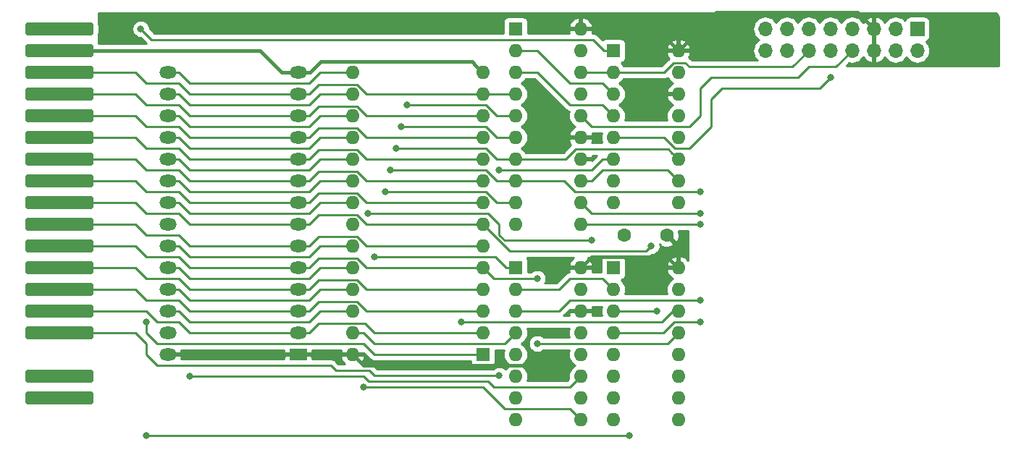
<source format=gbl>
G04 #@! TF.GenerationSoftware,KiCad,Pcbnew,(5.1.2-1)-1*
G04 #@! TF.CreationDate,2023-07-30T19:28:41+02:00*
G04 #@! TF.ProjectId,devcart32k,64657663-6172-4743-9332-6b2e6b696361,rev?*
G04 #@! TF.SameCoordinates,Original*
G04 #@! TF.FileFunction,Copper,L2,Bot*
G04 #@! TF.FilePolarity,Positive*
%FSLAX46Y46*%
G04 Gerber Fmt 4.6, Leading zero omitted, Abs format (unit mm)*
G04 Created by KiCad (PCBNEW (5.1.2-1)-1) date 2023-07-30 19:28:41*
%MOMM*%
%LPD*%
G04 APERTURE LIST*
%ADD10C,0.150000*%
%ADD11C,1.524000*%
%ADD12O,1.600000X1.600000*%
%ADD13R,1.600000X1.600000*%
%ADD14O,1.700000X1.700000*%
%ADD15R,1.700000X1.700000*%
%ADD16C,1.600000*%
%ADD17O,2.000000X1.440000*%
%ADD18R,2.000000X1.440000*%
%ADD19C,0.800000*%
%ADD20C,0.400000*%
%ADD21C,0.250000*%
%ADD22C,0.254000*%
G04 APERTURE END LIST*
D10*
G36*
X59536345Y-76709835D02*
G01*
X59573329Y-76715321D01*
X59609598Y-76724406D01*
X59644802Y-76737002D01*
X59678602Y-76752988D01*
X59710672Y-76772210D01*
X59740704Y-76794483D01*
X59768408Y-76819592D01*
X59793517Y-76847296D01*
X59815790Y-76877328D01*
X59835012Y-76909398D01*
X59850998Y-76943198D01*
X59863594Y-76978402D01*
X59872679Y-77014671D01*
X59878165Y-77051655D01*
X59880000Y-77089000D01*
X59880000Y-77851000D01*
X59878165Y-77888345D01*
X59872679Y-77925329D01*
X59863594Y-77961598D01*
X59850998Y-77996802D01*
X59835012Y-78030602D01*
X59815790Y-78062672D01*
X59793517Y-78092704D01*
X59768408Y-78120408D01*
X59740704Y-78145517D01*
X59710672Y-78167790D01*
X59678602Y-78187012D01*
X59644802Y-78202998D01*
X59609598Y-78215594D01*
X59573329Y-78224679D01*
X59536345Y-78230165D01*
X59499000Y-78232000D01*
X52261000Y-78232000D01*
X52223655Y-78230165D01*
X52186671Y-78224679D01*
X52150402Y-78215594D01*
X52115198Y-78202998D01*
X52081398Y-78187012D01*
X52049328Y-78167790D01*
X52019296Y-78145517D01*
X51991592Y-78120408D01*
X51966483Y-78092704D01*
X51944210Y-78062672D01*
X51924988Y-78030602D01*
X51909002Y-77996802D01*
X51896406Y-77961598D01*
X51887321Y-77925329D01*
X51881835Y-77888345D01*
X51880000Y-77851000D01*
X51880000Y-77089000D01*
X51881835Y-77051655D01*
X51887321Y-77014671D01*
X51896406Y-76978402D01*
X51909002Y-76943198D01*
X51924988Y-76909398D01*
X51944210Y-76877328D01*
X51966483Y-76847296D01*
X51991592Y-76819592D01*
X52019296Y-76794483D01*
X52049328Y-76772210D01*
X52081398Y-76752988D01*
X52115198Y-76737002D01*
X52150402Y-76724406D01*
X52186671Y-76715321D01*
X52223655Y-76709835D01*
X52261000Y-76708000D01*
X59499000Y-76708000D01*
X59536345Y-76709835D01*
X59536345Y-76709835D01*
G37*
D11*
X55880000Y-77470000D03*
D10*
G36*
X59536345Y-79249835D02*
G01*
X59573329Y-79255321D01*
X59609598Y-79264406D01*
X59644802Y-79277002D01*
X59678602Y-79292988D01*
X59710672Y-79312210D01*
X59740704Y-79334483D01*
X59768408Y-79359592D01*
X59793517Y-79387296D01*
X59815790Y-79417328D01*
X59835012Y-79449398D01*
X59850998Y-79483198D01*
X59863594Y-79518402D01*
X59872679Y-79554671D01*
X59878165Y-79591655D01*
X59880000Y-79629000D01*
X59880000Y-80391000D01*
X59878165Y-80428345D01*
X59872679Y-80465329D01*
X59863594Y-80501598D01*
X59850998Y-80536802D01*
X59835012Y-80570602D01*
X59815790Y-80602672D01*
X59793517Y-80632704D01*
X59768408Y-80660408D01*
X59740704Y-80685517D01*
X59710672Y-80707790D01*
X59678602Y-80727012D01*
X59644802Y-80742998D01*
X59609598Y-80755594D01*
X59573329Y-80764679D01*
X59536345Y-80770165D01*
X59499000Y-80772000D01*
X52261000Y-80772000D01*
X52223655Y-80770165D01*
X52186671Y-80764679D01*
X52150402Y-80755594D01*
X52115198Y-80742998D01*
X52081398Y-80727012D01*
X52049328Y-80707790D01*
X52019296Y-80685517D01*
X51991592Y-80660408D01*
X51966483Y-80632704D01*
X51944210Y-80602672D01*
X51924988Y-80570602D01*
X51909002Y-80536802D01*
X51896406Y-80501598D01*
X51887321Y-80465329D01*
X51881835Y-80428345D01*
X51880000Y-80391000D01*
X51880000Y-79629000D01*
X51881835Y-79591655D01*
X51887321Y-79554671D01*
X51896406Y-79518402D01*
X51909002Y-79483198D01*
X51924988Y-79449398D01*
X51944210Y-79417328D01*
X51966483Y-79387296D01*
X51991592Y-79359592D01*
X52019296Y-79334483D01*
X52049328Y-79312210D01*
X52081398Y-79292988D01*
X52115198Y-79277002D01*
X52150402Y-79264406D01*
X52186671Y-79255321D01*
X52223655Y-79249835D01*
X52261000Y-79248000D01*
X59499000Y-79248000D01*
X59536345Y-79249835D01*
X59536345Y-79249835D01*
G37*
D11*
X55880000Y-80010000D03*
D10*
G36*
X59536345Y-81789835D02*
G01*
X59573329Y-81795321D01*
X59609598Y-81804406D01*
X59644802Y-81817002D01*
X59678602Y-81832988D01*
X59710672Y-81852210D01*
X59740704Y-81874483D01*
X59768408Y-81899592D01*
X59793517Y-81927296D01*
X59815790Y-81957328D01*
X59835012Y-81989398D01*
X59850998Y-82023198D01*
X59863594Y-82058402D01*
X59872679Y-82094671D01*
X59878165Y-82131655D01*
X59880000Y-82169000D01*
X59880000Y-82931000D01*
X59878165Y-82968345D01*
X59872679Y-83005329D01*
X59863594Y-83041598D01*
X59850998Y-83076802D01*
X59835012Y-83110602D01*
X59815790Y-83142672D01*
X59793517Y-83172704D01*
X59768408Y-83200408D01*
X59740704Y-83225517D01*
X59710672Y-83247790D01*
X59678602Y-83267012D01*
X59644802Y-83282998D01*
X59609598Y-83295594D01*
X59573329Y-83304679D01*
X59536345Y-83310165D01*
X59499000Y-83312000D01*
X52261000Y-83312000D01*
X52223655Y-83310165D01*
X52186671Y-83304679D01*
X52150402Y-83295594D01*
X52115198Y-83282998D01*
X52081398Y-83267012D01*
X52049328Y-83247790D01*
X52019296Y-83225517D01*
X51991592Y-83200408D01*
X51966483Y-83172704D01*
X51944210Y-83142672D01*
X51924988Y-83110602D01*
X51909002Y-83076802D01*
X51896406Y-83041598D01*
X51887321Y-83005329D01*
X51881835Y-82968345D01*
X51880000Y-82931000D01*
X51880000Y-82169000D01*
X51881835Y-82131655D01*
X51887321Y-82094671D01*
X51896406Y-82058402D01*
X51909002Y-82023198D01*
X51924988Y-81989398D01*
X51944210Y-81957328D01*
X51966483Y-81927296D01*
X51991592Y-81899592D01*
X52019296Y-81874483D01*
X52049328Y-81852210D01*
X52081398Y-81832988D01*
X52115198Y-81817002D01*
X52150402Y-81804406D01*
X52186671Y-81795321D01*
X52223655Y-81789835D01*
X52261000Y-81788000D01*
X59499000Y-81788000D01*
X59536345Y-81789835D01*
X59536345Y-81789835D01*
G37*
D11*
X55880000Y-82550000D03*
D10*
G36*
X59536345Y-84329835D02*
G01*
X59573329Y-84335321D01*
X59609598Y-84344406D01*
X59644802Y-84357002D01*
X59678602Y-84372988D01*
X59710672Y-84392210D01*
X59740704Y-84414483D01*
X59768408Y-84439592D01*
X59793517Y-84467296D01*
X59815790Y-84497328D01*
X59835012Y-84529398D01*
X59850998Y-84563198D01*
X59863594Y-84598402D01*
X59872679Y-84634671D01*
X59878165Y-84671655D01*
X59880000Y-84709000D01*
X59880000Y-85471000D01*
X59878165Y-85508345D01*
X59872679Y-85545329D01*
X59863594Y-85581598D01*
X59850998Y-85616802D01*
X59835012Y-85650602D01*
X59815790Y-85682672D01*
X59793517Y-85712704D01*
X59768408Y-85740408D01*
X59740704Y-85765517D01*
X59710672Y-85787790D01*
X59678602Y-85807012D01*
X59644802Y-85822998D01*
X59609598Y-85835594D01*
X59573329Y-85844679D01*
X59536345Y-85850165D01*
X59499000Y-85852000D01*
X52261000Y-85852000D01*
X52223655Y-85850165D01*
X52186671Y-85844679D01*
X52150402Y-85835594D01*
X52115198Y-85822998D01*
X52081398Y-85807012D01*
X52049328Y-85787790D01*
X52019296Y-85765517D01*
X51991592Y-85740408D01*
X51966483Y-85712704D01*
X51944210Y-85682672D01*
X51924988Y-85650602D01*
X51909002Y-85616802D01*
X51896406Y-85581598D01*
X51887321Y-85545329D01*
X51881835Y-85508345D01*
X51880000Y-85471000D01*
X51880000Y-84709000D01*
X51881835Y-84671655D01*
X51887321Y-84634671D01*
X51896406Y-84598402D01*
X51909002Y-84563198D01*
X51924988Y-84529398D01*
X51944210Y-84497328D01*
X51966483Y-84467296D01*
X51991592Y-84439592D01*
X52019296Y-84414483D01*
X52049328Y-84392210D01*
X52081398Y-84372988D01*
X52115198Y-84357002D01*
X52150402Y-84344406D01*
X52186671Y-84335321D01*
X52223655Y-84329835D01*
X52261000Y-84328000D01*
X59499000Y-84328000D01*
X59536345Y-84329835D01*
X59536345Y-84329835D01*
G37*
D11*
X55880000Y-85090000D03*
D10*
G36*
X59536345Y-86869835D02*
G01*
X59573329Y-86875321D01*
X59609598Y-86884406D01*
X59644802Y-86897002D01*
X59678602Y-86912988D01*
X59710672Y-86932210D01*
X59740704Y-86954483D01*
X59768408Y-86979592D01*
X59793517Y-87007296D01*
X59815790Y-87037328D01*
X59835012Y-87069398D01*
X59850998Y-87103198D01*
X59863594Y-87138402D01*
X59872679Y-87174671D01*
X59878165Y-87211655D01*
X59880000Y-87249000D01*
X59880000Y-88011000D01*
X59878165Y-88048345D01*
X59872679Y-88085329D01*
X59863594Y-88121598D01*
X59850998Y-88156802D01*
X59835012Y-88190602D01*
X59815790Y-88222672D01*
X59793517Y-88252704D01*
X59768408Y-88280408D01*
X59740704Y-88305517D01*
X59710672Y-88327790D01*
X59678602Y-88347012D01*
X59644802Y-88362998D01*
X59609598Y-88375594D01*
X59573329Y-88384679D01*
X59536345Y-88390165D01*
X59499000Y-88392000D01*
X52261000Y-88392000D01*
X52223655Y-88390165D01*
X52186671Y-88384679D01*
X52150402Y-88375594D01*
X52115198Y-88362998D01*
X52081398Y-88347012D01*
X52049328Y-88327790D01*
X52019296Y-88305517D01*
X51991592Y-88280408D01*
X51966483Y-88252704D01*
X51944210Y-88222672D01*
X51924988Y-88190602D01*
X51909002Y-88156802D01*
X51896406Y-88121598D01*
X51887321Y-88085329D01*
X51881835Y-88048345D01*
X51880000Y-88011000D01*
X51880000Y-87249000D01*
X51881835Y-87211655D01*
X51887321Y-87174671D01*
X51896406Y-87138402D01*
X51909002Y-87103198D01*
X51924988Y-87069398D01*
X51944210Y-87037328D01*
X51966483Y-87007296D01*
X51991592Y-86979592D01*
X52019296Y-86954483D01*
X52049328Y-86932210D01*
X52081398Y-86912988D01*
X52115198Y-86897002D01*
X52150402Y-86884406D01*
X52186671Y-86875321D01*
X52223655Y-86869835D01*
X52261000Y-86868000D01*
X59499000Y-86868000D01*
X59536345Y-86869835D01*
X59536345Y-86869835D01*
G37*
D11*
X55880000Y-87630000D03*
D10*
G36*
X59536345Y-89409835D02*
G01*
X59573329Y-89415321D01*
X59609598Y-89424406D01*
X59644802Y-89437002D01*
X59678602Y-89452988D01*
X59710672Y-89472210D01*
X59740704Y-89494483D01*
X59768408Y-89519592D01*
X59793517Y-89547296D01*
X59815790Y-89577328D01*
X59835012Y-89609398D01*
X59850998Y-89643198D01*
X59863594Y-89678402D01*
X59872679Y-89714671D01*
X59878165Y-89751655D01*
X59880000Y-89789000D01*
X59880000Y-90551000D01*
X59878165Y-90588345D01*
X59872679Y-90625329D01*
X59863594Y-90661598D01*
X59850998Y-90696802D01*
X59835012Y-90730602D01*
X59815790Y-90762672D01*
X59793517Y-90792704D01*
X59768408Y-90820408D01*
X59740704Y-90845517D01*
X59710672Y-90867790D01*
X59678602Y-90887012D01*
X59644802Y-90902998D01*
X59609598Y-90915594D01*
X59573329Y-90924679D01*
X59536345Y-90930165D01*
X59499000Y-90932000D01*
X52261000Y-90932000D01*
X52223655Y-90930165D01*
X52186671Y-90924679D01*
X52150402Y-90915594D01*
X52115198Y-90902998D01*
X52081398Y-90887012D01*
X52049328Y-90867790D01*
X52019296Y-90845517D01*
X51991592Y-90820408D01*
X51966483Y-90792704D01*
X51944210Y-90762672D01*
X51924988Y-90730602D01*
X51909002Y-90696802D01*
X51896406Y-90661598D01*
X51887321Y-90625329D01*
X51881835Y-90588345D01*
X51880000Y-90551000D01*
X51880000Y-89789000D01*
X51881835Y-89751655D01*
X51887321Y-89714671D01*
X51896406Y-89678402D01*
X51909002Y-89643198D01*
X51924988Y-89609398D01*
X51944210Y-89577328D01*
X51966483Y-89547296D01*
X51991592Y-89519592D01*
X52019296Y-89494483D01*
X52049328Y-89472210D01*
X52081398Y-89452988D01*
X52115198Y-89437002D01*
X52150402Y-89424406D01*
X52186671Y-89415321D01*
X52223655Y-89409835D01*
X52261000Y-89408000D01*
X59499000Y-89408000D01*
X59536345Y-89409835D01*
X59536345Y-89409835D01*
G37*
D11*
X55880000Y-90170000D03*
D10*
G36*
X59536345Y-91949835D02*
G01*
X59573329Y-91955321D01*
X59609598Y-91964406D01*
X59644802Y-91977002D01*
X59678602Y-91992988D01*
X59710672Y-92012210D01*
X59740704Y-92034483D01*
X59768408Y-92059592D01*
X59793517Y-92087296D01*
X59815790Y-92117328D01*
X59835012Y-92149398D01*
X59850998Y-92183198D01*
X59863594Y-92218402D01*
X59872679Y-92254671D01*
X59878165Y-92291655D01*
X59880000Y-92329000D01*
X59880000Y-93091000D01*
X59878165Y-93128345D01*
X59872679Y-93165329D01*
X59863594Y-93201598D01*
X59850998Y-93236802D01*
X59835012Y-93270602D01*
X59815790Y-93302672D01*
X59793517Y-93332704D01*
X59768408Y-93360408D01*
X59740704Y-93385517D01*
X59710672Y-93407790D01*
X59678602Y-93427012D01*
X59644802Y-93442998D01*
X59609598Y-93455594D01*
X59573329Y-93464679D01*
X59536345Y-93470165D01*
X59499000Y-93472000D01*
X52261000Y-93472000D01*
X52223655Y-93470165D01*
X52186671Y-93464679D01*
X52150402Y-93455594D01*
X52115198Y-93442998D01*
X52081398Y-93427012D01*
X52049328Y-93407790D01*
X52019296Y-93385517D01*
X51991592Y-93360408D01*
X51966483Y-93332704D01*
X51944210Y-93302672D01*
X51924988Y-93270602D01*
X51909002Y-93236802D01*
X51896406Y-93201598D01*
X51887321Y-93165329D01*
X51881835Y-93128345D01*
X51880000Y-93091000D01*
X51880000Y-92329000D01*
X51881835Y-92291655D01*
X51887321Y-92254671D01*
X51896406Y-92218402D01*
X51909002Y-92183198D01*
X51924988Y-92149398D01*
X51944210Y-92117328D01*
X51966483Y-92087296D01*
X51991592Y-92059592D01*
X52019296Y-92034483D01*
X52049328Y-92012210D01*
X52081398Y-91992988D01*
X52115198Y-91977002D01*
X52150402Y-91964406D01*
X52186671Y-91955321D01*
X52223655Y-91949835D01*
X52261000Y-91948000D01*
X59499000Y-91948000D01*
X59536345Y-91949835D01*
X59536345Y-91949835D01*
G37*
D11*
X55880000Y-92710000D03*
D10*
G36*
X59536345Y-94489835D02*
G01*
X59573329Y-94495321D01*
X59609598Y-94504406D01*
X59644802Y-94517002D01*
X59678602Y-94532988D01*
X59710672Y-94552210D01*
X59740704Y-94574483D01*
X59768408Y-94599592D01*
X59793517Y-94627296D01*
X59815790Y-94657328D01*
X59835012Y-94689398D01*
X59850998Y-94723198D01*
X59863594Y-94758402D01*
X59872679Y-94794671D01*
X59878165Y-94831655D01*
X59880000Y-94869000D01*
X59880000Y-95631000D01*
X59878165Y-95668345D01*
X59872679Y-95705329D01*
X59863594Y-95741598D01*
X59850998Y-95776802D01*
X59835012Y-95810602D01*
X59815790Y-95842672D01*
X59793517Y-95872704D01*
X59768408Y-95900408D01*
X59740704Y-95925517D01*
X59710672Y-95947790D01*
X59678602Y-95967012D01*
X59644802Y-95982998D01*
X59609598Y-95995594D01*
X59573329Y-96004679D01*
X59536345Y-96010165D01*
X59499000Y-96012000D01*
X52261000Y-96012000D01*
X52223655Y-96010165D01*
X52186671Y-96004679D01*
X52150402Y-95995594D01*
X52115198Y-95982998D01*
X52081398Y-95967012D01*
X52049328Y-95947790D01*
X52019296Y-95925517D01*
X51991592Y-95900408D01*
X51966483Y-95872704D01*
X51944210Y-95842672D01*
X51924988Y-95810602D01*
X51909002Y-95776802D01*
X51896406Y-95741598D01*
X51887321Y-95705329D01*
X51881835Y-95668345D01*
X51880000Y-95631000D01*
X51880000Y-94869000D01*
X51881835Y-94831655D01*
X51887321Y-94794671D01*
X51896406Y-94758402D01*
X51909002Y-94723198D01*
X51924988Y-94689398D01*
X51944210Y-94657328D01*
X51966483Y-94627296D01*
X51991592Y-94599592D01*
X52019296Y-94574483D01*
X52049328Y-94552210D01*
X52081398Y-94532988D01*
X52115198Y-94517002D01*
X52150402Y-94504406D01*
X52186671Y-94495321D01*
X52223655Y-94489835D01*
X52261000Y-94488000D01*
X59499000Y-94488000D01*
X59536345Y-94489835D01*
X59536345Y-94489835D01*
G37*
D11*
X55880000Y-95250000D03*
D10*
G36*
X59536345Y-97029835D02*
G01*
X59573329Y-97035321D01*
X59609598Y-97044406D01*
X59644802Y-97057002D01*
X59678602Y-97072988D01*
X59710672Y-97092210D01*
X59740704Y-97114483D01*
X59768408Y-97139592D01*
X59793517Y-97167296D01*
X59815790Y-97197328D01*
X59835012Y-97229398D01*
X59850998Y-97263198D01*
X59863594Y-97298402D01*
X59872679Y-97334671D01*
X59878165Y-97371655D01*
X59880000Y-97409000D01*
X59880000Y-98171000D01*
X59878165Y-98208345D01*
X59872679Y-98245329D01*
X59863594Y-98281598D01*
X59850998Y-98316802D01*
X59835012Y-98350602D01*
X59815790Y-98382672D01*
X59793517Y-98412704D01*
X59768408Y-98440408D01*
X59740704Y-98465517D01*
X59710672Y-98487790D01*
X59678602Y-98507012D01*
X59644802Y-98522998D01*
X59609598Y-98535594D01*
X59573329Y-98544679D01*
X59536345Y-98550165D01*
X59499000Y-98552000D01*
X52261000Y-98552000D01*
X52223655Y-98550165D01*
X52186671Y-98544679D01*
X52150402Y-98535594D01*
X52115198Y-98522998D01*
X52081398Y-98507012D01*
X52049328Y-98487790D01*
X52019296Y-98465517D01*
X51991592Y-98440408D01*
X51966483Y-98412704D01*
X51944210Y-98382672D01*
X51924988Y-98350602D01*
X51909002Y-98316802D01*
X51896406Y-98281598D01*
X51887321Y-98245329D01*
X51881835Y-98208345D01*
X51880000Y-98171000D01*
X51880000Y-97409000D01*
X51881835Y-97371655D01*
X51887321Y-97334671D01*
X51896406Y-97298402D01*
X51909002Y-97263198D01*
X51924988Y-97229398D01*
X51944210Y-97197328D01*
X51966483Y-97167296D01*
X51991592Y-97139592D01*
X52019296Y-97114483D01*
X52049328Y-97092210D01*
X52081398Y-97072988D01*
X52115198Y-97057002D01*
X52150402Y-97044406D01*
X52186671Y-97035321D01*
X52223655Y-97029835D01*
X52261000Y-97028000D01*
X59499000Y-97028000D01*
X59536345Y-97029835D01*
X59536345Y-97029835D01*
G37*
D11*
X55880000Y-97790000D03*
D10*
G36*
X59536345Y-99569835D02*
G01*
X59573329Y-99575321D01*
X59609598Y-99584406D01*
X59644802Y-99597002D01*
X59678602Y-99612988D01*
X59710672Y-99632210D01*
X59740704Y-99654483D01*
X59768408Y-99679592D01*
X59793517Y-99707296D01*
X59815790Y-99737328D01*
X59835012Y-99769398D01*
X59850998Y-99803198D01*
X59863594Y-99838402D01*
X59872679Y-99874671D01*
X59878165Y-99911655D01*
X59880000Y-99949000D01*
X59880000Y-100711000D01*
X59878165Y-100748345D01*
X59872679Y-100785329D01*
X59863594Y-100821598D01*
X59850998Y-100856802D01*
X59835012Y-100890602D01*
X59815790Y-100922672D01*
X59793517Y-100952704D01*
X59768408Y-100980408D01*
X59740704Y-101005517D01*
X59710672Y-101027790D01*
X59678602Y-101047012D01*
X59644802Y-101062998D01*
X59609598Y-101075594D01*
X59573329Y-101084679D01*
X59536345Y-101090165D01*
X59499000Y-101092000D01*
X52261000Y-101092000D01*
X52223655Y-101090165D01*
X52186671Y-101084679D01*
X52150402Y-101075594D01*
X52115198Y-101062998D01*
X52081398Y-101047012D01*
X52049328Y-101027790D01*
X52019296Y-101005517D01*
X51991592Y-100980408D01*
X51966483Y-100952704D01*
X51944210Y-100922672D01*
X51924988Y-100890602D01*
X51909002Y-100856802D01*
X51896406Y-100821598D01*
X51887321Y-100785329D01*
X51881835Y-100748345D01*
X51880000Y-100711000D01*
X51880000Y-99949000D01*
X51881835Y-99911655D01*
X51887321Y-99874671D01*
X51896406Y-99838402D01*
X51909002Y-99803198D01*
X51924988Y-99769398D01*
X51944210Y-99737328D01*
X51966483Y-99707296D01*
X51991592Y-99679592D01*
X52019296Y-99654483D01*
X52049328Y-99632210D01*
X52081398Y-99612988D01*
X52115198Y-99597002D01*
X52150402Y-99584406D01*
X52186671Y-99575321D01*
X52223655Y-99569835D01*
X52261000Y-99568000D01*
X59499000Y-99568000D01*
X59536345Y-99569835D01*
X59536345Y-99569835D01*
G37*
D11*
X55880000Y-100330000D03*
D10*
G36*
X59536345Y-102109835D02*
G01*
X59573329Y-102115321D01*
X59609598Y-102124406D01*
X59644802Y-102137002D01*
X59678602Y-102152988D01*
X59710672Y-102172210D01*
X59740704Y-102194483D01*
X59768408Y-102219592D01*
X59793517Y-102247296D01*
X59815790Y-102277328D01*
X59835012Y-102309398D01*
X59850998Y-102343198D01*
X59863594Y-102378402D01*
X59872679Y-102414671D01*
X59878165Y-102451655D01*
X59880000Y-102489000D01*
X59880000Y-103251000D01*
X59878165Y-103288345D01*
X59872679Y-103325329D01*
X59863594Y-103361598D01*
X59850998Y-103396802D01*
X59835012Y-103430602D01*
X59815790Y-103462672D01*
X59793517Y-103492704D01*
X59768408Y-103520408D01*
X59740704Y-103545517D01*
X59710672Y-103567790D01*
X59678602Y-103587012D01*
X59644802Y-103602998D01*
X59609598Y-103615594D01*
X59573329Y-103624679D01*
X59536345Y-103630165D01*
X59499000Y-103632000D01*
X52261000Y-103632000D01*
X52223655Y-103630165D01*
X52186671Y-103624679D01*
X52150402Y-103615594D01*
X52115198Y-103602998D01*
X52081398Y-103587012D01*
X52049328Y-103567790D01*
X52019296Y-103545517D01*
X51991592Y-103520408D01*
X51966483Y-103492704D01*
X51944210Y-103462672D01*
X51924988Y-103430602D01*
X51909002Y-103396802D01*
X51896406Y-103361598D01*
X51887321Y-103325329D01*
X51881835Y-103288345D01*
X51880000Y-103251000D01*
X51880000Y-102489000D01*
X51881835Y-102451655D01*
X51887321Y-102414671D01*
X51896406Y-102378402D01*
X51909002Y-102343198D01*
X51924988Y-102309398D01*
X51944210Y-102277328D01*
X51966483Y-102247296D01*
X51991592Y-102219592D01*
X52019296Y-102194483D01*
X52049328Y-102172210D01*
X52081398Y-102152988D01*
X52115198Y-102137002D01*
X52150402Y-102124406D01*
X52186671Y-102115321D01*
X52223655Y-102109835D01*
X52261000Y-102108000D01*
X59499000Y-102108000D01*
X59536345Y-102109835D01*
X59536345Y-102109835D01*
G37*
D11*
X55880000Y-102870000D03*
D10*
G36*
X59536345Y-104649835D02*
G01*
X59573329Y-104655321D01*
X59609598Y-104664406D01*
X59644802Y-104677002D01*
X59678602Y-104692988D01*
X59710672Y-104712210D01*
X59740704Y-104734483D01*
X59768408Y-104759592D01*
X59793517Y-104787296D01*
X59815790Y-104817328D01*
X59835012Y-104849398D01*
X59850998Y-104883198D01*
X59863594Y-104918402D01*
X59872679Y-104954671D01*
X59878165Y-104991655D01*
X59880000Y-105029000D01*
X59880000Y-105791000D01*
X59878165Y-105828345D01*
X59872679Y-105865329D01*
X59863594Y-105901598D01*
X59850998Y-105936802D01*
X59835012Y-105970602D01*
X59815790Y-106002672D01*
X59793517Y-106032704D01*
X59768408Y-106060408D01*
X59740704Y-106085517D01*
X59710672Y-106107790D01*
X59678602Y-106127012D01*
X59644802Y-106142998D01*
X59609598Y-106155594D01*
X59573329Y-106164679D01*
X59536345Y-106170165D01*
X59499000Y-106172000D01*
X52261000Y-106172000D01*
X52223655Y-106170165D01*
X52186671Y-106164679D01*
X52150402Y-106155594D01*
X52115198Y-106142998D01*
X52081398Y-106127012D01*
X52049328Y-106107790D01*
X52019296Y-106085517D01*
X51991592Y-106060408D01*
X51966483Y-106032704D01*
X51944210Y-106002672D01*
X51924988Y-105970602D01*
X51909002Y-105936802D01*
X51896406Y-105901598D01*
X51887321Y-105865329D01*
X51881835Y-105828345D01*
X51880000Y-105791000D01*
X51880000Y-105029000D01*
X51881835Y-104991655D01*
X51887321Y-104954671D01*
X51896406Y-104918402D01*
X51909002Y-104883198D01*
X51924988Y-104849398D01*
X51944210Y-104817328D01*
X51966483Y-104787296D01*
X51991592Y-104759592D01*
X52019296Y-104734483D01*
X52049328Y-104712210D01*
X52081398Y-104692988D01*
X52115198Y-104677002D01*
X52150402Y-104664406D01*
X52186671Y-104655321D01*
X52223655Y-104649835D01*
X52261000Y-104648000D01*
X59499000Y-104648000D01*
X59536345Y-104649835D01*
X59536345Y-104649835D01*
G37*
D11*
X55880000Y-105410000D03*
D10*
G36*
X59536345Y-107189835D02*
G01*
X59573329Y-107195321D01*
X59609598Y-107204406D01*
X59644802Y-107217002D01*
X59678602Y-107232988D01*
X59710672Y-107252210D01*
X59740704Y-107274483D01*
X59768408Y-107299592D01*
X59793517Y-107327296D01*
X59815790Y-107357328D01*
X59835012Y-107389398D01*
X59850998Y-107423198D01*
X59863594Y-107458402D01*
X59872679Y-107494671D01*
X59878165Y-107531655D01*
X59880000Y-107569000D01*
X59880000Y-108331000D01*
X59878165Y-108368345D01*
X59872679Y-108405329D01*
X59863594Y-108441598D01*
X59850998Y-108476802D01*
X59835012Y-108510602D01*
X59815790Y-108542672D01*
X59793517Y-108572704D01*
X59768408Y-108600408D01*
X59740704Y-108625517D01*
X59710672Y-108647790D01*
X59678602Y-108667012D01*
X59644802Y-108682998D01*
X59609598Y-108695594D01*
X59573329Y-108704679D01*
X59536345Y-108710165D01*
X59499000Y-108712000D01*
X52261000Y-108712000D01*
X52223655Y-108710165D01*
X52186671Y-108704679D01*
X52150402Y-108695594D01*
X52115198Y-108682998D01*
X52081398Y-108667012D01*
X52049328Y-108647790D01*
X52019296Y-108625517D01*
X51991592Y-108600408D01*
X51966483Y-108572704D01*
X51944210Y-108542672D01*
X51924988Y-108510602D01*
X51909002Y-108476802D01*
X51896406Y-108441598D01*
X51887321Y-108405329D01*
X51881835Y-108368345D01*
X51880000Y-108331000D01*
X51880000Y-107569000D01*
X51881835Y-107531655D01*
X51887321Y-107494671D01*
X51896406Y-107458402D01*
X51909002Y-107423198D01*
X51924988Y-107389398D01*
X51944210Y-107357328D01*
X51966483Y-107327296D01*
X51991592Y-107299592D01*
X52019296Y-107274483D01*
X52049328Y-107252210D01*
X52081398Y-107232988D01*
X52115198Y-107217002D01*
X52150402Y-107204406D01*
X52186671Y-107195321D01*
X52223655Y-107189835D01*
X52261000Y-107188000D01*
X59499000Y-107188000D01*
X59536345Y-107189835D01*
X59536345Y-107189835D01*
G37*
D11*
X55880000Y-107950000D03*
D10*
G36*
X59536345Y-109729835D02*
G01*
X59573329Y-109735321D01*
X59609598Y-109744406D01*
X59644802Y-109757002D01*
X59678602Y-109772988D01*
X59710672Y-109792210D01*
X59740704Y-109814483D01*
X59768408Y-109839592D01*
X59793517Y-109867296D01*
X59815790Y-109897328D01*
X59835012Y-109929398D01*
X59850998Y-109963198D01*
X59863594Y-109998402D01*
X59872679Y-110034671D01*
X59878165Y-110071655D01*
X59880000Y-110109000D01*
X59880000Y-110871000D01*
X59878165Y-110908345D01*
X59872679Y-110945329D01*
X59863594Y-110981598D01*
X59850998Y-111016802D01*
X59835012Y-111050602D01*
X59815790Y-111082672D01*
X59793517Y-111112704D01*
X59768408Y-111140408D01*
X59740704Y-111165517D01*
X59710672Y-111187790D01*
X59678602Y-111207012D01*
X59644802Y-111222998D01*
X59609598Y-111235594D01*
X59573329Y-111244679D01*
X59536345Y-111250165D01*
X59499000Y-111252000D01*
X52261000Y-111252000D01*
X52223655Y-111250165D01*
X52186671Y-111244679D01*
X52150402Y-111235594D01*
X52115198Y-111222998D01*
X52081398Y-111207012D01*
X52049328Y-111187790D01*
X52019296Y-111165517D01*
X51991592Y-111140408D01*
X51966483Y-111112704D01*
X51944210Y-111082672D01*
X51924988Y-111050602D01*
X51909002Y-111016802D01*
X51896406Y-110981598D01*
X51887321Y-110945329D01*
X51881835Y-110908345D01*
X51880000Y-110871000D01*
X51880000Y-110109000D01*
X51881835Y-110071655D01*
X51887321Y-110034671D01*
X51896406Y-109998402D01*
X51909002Y-109963198D01*
X51924988Y-109929398D01*
X51944210Y-109897328D01*
X51966483Y-109867296D01*
X51991592Y-109839592D01*
X52019296Y-109814483D01*
X52049328Y-109792210D01*
X52081398Y-109772988D01*
X52115198Y-109757002D01*
X52150402Y-109744406D01*
X52186671Y-109735321D01*
X52223655Y-109729835D01*
X52261000Y-109728000D01*
X59499000Y-109728000D01*
X59536345Y-109729835D01*
X59536345Y-109729835D01*
G37*
D11*
X55880000Y-110490000D03*
D10*
G36*
X59536345Y-112269835D02*
G01*
X59573329Y-112275321D01*
X59609598Y-112284406D01*
X59644802Y-112297002D01*
X59678602Y-112312988D01*
X59710672Y-112332210D01*
X59740704Y-112354483D01*
X59768408Y-112379592D01*
X59793517Y-112407296D01*
X59815790Y-112437328D01*
X59835012Y-112469398D01*
X59850998Y-112503198D01*
X59863594Y-112538402D01*
X59872679Y-112574671D01*
X59878165Y-112611655D01*
X59880000Y-112649000D01*
X59880000Y-113411000D01*
X59878165Y-113448345D01*
X59872679Y-113485329D01*
X59863594Y-113521598D01*
X59850998Y-113556802D01*
X59835012Y-113590602D01*
X59815790Y-113622672D01*
X59793517Y-113652704D01*
X59768408Y-113680408D01*
X59740704Y-113705517D01*
X59710672Y-113727790D01*
X59678602Y-113747012D01*
X59644802Y-113762998D01*
X59609598Y-113775594D01*
X59573329Y-113784679D01*
X59536345Y-113790165D01*
X59499000Y-113792000D01*
X52261000Y-113792000D01*
X52223655Y-113790165D01*
X52186671Y-113784679D01*
X52150402Y-113775594D01*
X52115198Y-113762998D01*
X52081398Y-113747012D01*
X52049328Y-113727790D01*
X52019296Y-113705517D01*
X51991592Y-113680408D01*
X51966483Y-113652704D01*
X51944210Y-113622672D01*
X51924988Y-113590602D01*
X51909002Y-113556802D01*
X51896406Y-113521598D01*
X51887321Y-113485329D01*
X51881835Y-113448345D01*
X51880000Y-113411000D01*
X51880000Y-112649000D01*
X51881835Y-112611655D01*
X51887321Y-112574671D01*
X51896406Y-112538402D01*
X51909002Y-112503198D01*
X51924988Y-112469398D01*
X51944210Y-112437328D01*
X51966483Y-112407296D01*
X51991592Y-112379592D01*
X52019296Y-112354483D01*
X52049328Y-112332210D01*
X52081398Y-112312988D01*
X52115198Y-112297002D01*
X52150402Y-112284406D01*
X52186671Y-112275321D01*
X52223655Y-112269835D01*
X52261000Y-112268000D01*
X59499000Y-112268000D01*
X59536345Y-112269835D01*
X59536345Y-112269835D01*
G37*
D11*
X55880000Y-113030000D03*
D10*
G36*
X59536345Y-117349835D02*
G01*
X59573329Y-117355321D01*
X59609598Y-117364406D01*
X59644802Y-117377002D01*
X59678602Y-117392988D01*
X59710672Y-117412210D01*
X59740704Y-117434483D01*
X59768408Y-117459592D01*
X59793517Y-117487296D01*
X59815790Y-117517328D01*
X59835012Y-117549398D01*
X59850998Y-117583198D01*
X59863594Y-117618402D01*
X59872679Y-117654671D01*
X59878165Y-117691655D01*
X59880000Y-117729000D01*
X59880000Y-118491000D01*
X59878165Y-118528345D01*
X59872679Y-118565329D01*
X59863594Y-118601598D01*
X59850998Y-118636802D01*
X59835012Y-118670602D01*
X59815790Y-118702672D01*
X59793517Y-118732704D01*
X59768408Y-118760408D01*
X59740704Y-118785517D01*
X59710672Y-118807790D01*
X59678602Y-118827012D01*
X59644802Y-118842998D01*
X59609598Y-118855594D01*
X59573329Y-118864679D01*
X59536345Y-118870165D01*
X59499000Y-118872000D01*
X52261000Y-118872000D01*
X52223655Y-118870165D01*
X52186671Y-118864679D01*
X52150402Y-118855594D01*
X52115198Y-118842998D01*
X52081398Y-118827012D01*
X52049328Y-118807790D01*
X52019296Y-118785517D01*
X51991592Y-118760408D01*
X51966483Y-118732704D01*
X51944210Y-118702672D01*
X51924988Y-118670602D01*
X51909002Y-118636802D01*
X51896406Y-118601598D01*
X51887321Y-118565329D01*
X51881835Y-118528345D01*
X51880000Y-118491000D01*
X51880000Y-117729000D01*
X51881835Y-117691655D01*
X51887321Y-117654671D01*
X51896406Y-117618402D01*
X51909002Y-117583198D01*
X51924988Y-117549398D01*
X51944210Y-117517328D01*
X51966483Y-117487296D01*
X51991592Y-117459592D01*
X52019296Y-117434483D01*
X52049328Y-117412210D01*
X52081398Y-117392988D01*
X52115198Y-117377002D01*
X52150402Y-117364406D01*
X52186671Y-117355321D01*
X52223655Y-117349835D01*
X52261000Y-117348000D01*
X59499000Y-117348000D01*
X59536345Y-117349835D01*
X59536345Y-117349835D01*
G37*
D11*
X55880000Y-118110000D03*
D10*
G36*
X59536345Y-119889835D02*
G01*
X59573329Y-119895321D01*
X59609598Y-119904406D01*
X59644802Y-119917002D01*
X59678602Y-119932988D01*
X59710672Y-119952210D01*
X59740704Y-119974483D01*
X59768408Y-119999592D01*
X59793517Y-120027296D01*
X59815790Y-120057328D01*
X59835012Y-120089398D01*
X59850998Y-120123198D01*
X59863594Y-120158402D01*
X59872679Y-120194671D01*
X59878165Y-120231655D01*
X59880000Y-120269000D01*
X59880000Y-121031000D01*
X59878165Y-121068345D01*
X59872679Y-121105329D01*
X59863594Y-121141598D01*
X59850998Y-121176802D01*
X59835012Y-121210602D01*
X59815790Y-121242672D01*
X59793517Y-121272704D01*
X59768408Y-121300408D01*
X59740704Y-121325517D01*
X59710672Y-121347790D01*
X59678602Y-121367012D01*
X59644802Y-121382998D01*
X59609598Y-121395594D01*
X59573329Y-121404679D01*
X59536345Y-121410165D01*
X59499000Y-121412000D01*
X52261000Y-121412000D01*
X52223655Y-121410165D01*
X52186671Y-121404679D01*
X52150402Y-121395594D01*
X52115198Y-121382998D01*
X52081398Y-121367012D01*
X52049328Y-121347790D01*
X52019296Y-121325517D01*
X51991592Y-121300408D01*
X51966483Y-121272704D01*
X51944210Y-121242672D01*
X51924988Y-121210602D01*
X51909002Y-121176802D01*
X51896406Y-121141598D01*
X51887321Y-121105329D01*
X51881835Y-121068345D01*
X51880000Y-121031000D01*
X51880000Y-120269000D01*
X51881835Y-120231655D01*
X51887321Y-120194671D01*
X51896406Y-120158402D01*
X51909002Y-120123198D01*
X51924988Y-120089398D01*
X51944210Y-120057328D01*
X51966483Y-120027296D01*
X51991592Y-119999592D01*
X52019296Y-119974483D01*
X52049328Y-119952210D01*
X52081398Y-119932988D01*
X52115198Y-119917002D01*
X52150402Y-119904406D01*
X52186671Y-119895321D01*
X52223655Y-119889835D01*
X52261000Y-119888000D01*
X59499000Y-119888000D01*
X59536345Y-119889835D01*
X59536345Y-119889835D01*
G37*
D11*
X55880000Y-120650000D03*
D12*
X116840000Y-105410000D03*
X109220000Y-123190000D03*
X116840000Y-107950000D03*
X109220000Y-120650000D03*
X116840000Y-110490000D03*
X109220000Y-118110000D03*
X116840000Y-113030000D03*
X109220000Y-115570000D03*
X116840000Y-115570000D03*
X109220000Y-113030000D03*
X116840000Y-118110000D03*
X109220000Y-110490000D03*
X116840000Y-120650000D03*
X109220000Y-107950000D03*
X116840000Y-123190000D03*
D13*
X109220000Y-105410000D03*
D14*
X138430000Y-80010000D03*
X138430000Y-77470000D03*
X140970000Y-80010000D03*
X140970000Y-77470000D03*
X143510000Y-80010000D03*
X143510000Y-77470000D03*
X146050000Y-80010000D03*
X146050000Y-77470000D03*
X148590000Y-80010000D03*
X148590000Y-77470000D03*
X151130000Y-80010000D03*
X151130000Y-77470000D03*
X153670000Y-80010000D03*
X153670000Y-77470000D03*
X156210000Y-80010000D03*
D15*
X156210000Y-77470000D03*
D16*
X126920000Y-101600000D03*
X121920000Y-101600000D03*
D17*
X68580000Y-82550000D03*
X83820000Y-82550000D03*
X68580000Y-85090000D03*
X83820000Y-85090000D03*
X68580000Y-87630000D03*
X83820000Y-87630000D03*
X68580000Y-90170000D03*
X83820000Y-90170000D03*
X68580000Y-92710000D03*
X83820000Y-92710000D03*
X68580000Y-95250000D03*
X83820000Y-95250000D03*
X68580000Y-97790000D03*
X83820000Y-97790000D03*
X68580000Y-100330000D03*
X83820000Y-100330000D03*
X68580000Y-102870000D03*
X83820000Y-102870000D03*
X68580000Y-105410000D03*
X83820000Y-105410000D03*
X68580000Y-107950000D03*
X83820000Y-107950000D03*
X68580000Y-110490000D03*
X83820000Y-110490000D03*
X68580000Y-113030000D03*
X83820000Y-113030000D03*
X68580000Y-115570000D03*
D18*
X83820000Y-115570000D03*
D12*
X116840000Y-77470000D03*
X109220000Y-100330000D03*
X116840000Y-80010000D03*
X109220000Y-97790000D03*
X116840000Y-82550000D03*
X109220000Y-95250000D03*
X116840000Y-85090000D03*
X109220000Y-92710000D03*
X116840000Y-87630000D03*
X109220000Y-90170000D03*
X116840000Y-90170000D03*
X109220000Y-87630000D03*
X116840000Y-92710000D03*
X109220000Y-85090000D03*
X116840000Y-95250000D03*
X109220000Y-82550000D03*
X116840000Y-97790000D03*
X109220000Y-80010000D03*
X116840000Y-100330000D03*
D13*
X109220000Y-77470000D03*
D12*
X128270000Y-105410000D03*
X120650000Y-123190000D03*
X128270000Y-107950000D03*
X120650000Y-120650000D03*
X128270000Y-110490000D03*
X120650000Y-118110000D03*
X128270000Y-113030000D03*
X120650000Y-115570000D03*
X128270000Y-115570000D03*
X120650000Y-113030000D03*
X128270000Y-118110000D03*
X120650000Y-110490000D03*
X128270000Y-120650000D03*
X120650000Y-107950000D03*
X128270000Y-123190000D03*
D13*
X120650000Y-105410000D03*
D12*
X128270000Y-80010000D03*
X120650000Y-97790000D03*
X128270000Y-82550000D03*
X120650000Y-95250000D03*
X128270000Y-85090000D03*
X120650000Y-92710000D03*
X128270000Y-87630000D03*
X120650000Y-90170000D03*
X128270000Y-90170000D03*
X120650000Y-87630000D03*
X128270000Y-92710000D03*
X120650000Y-85090000D03*
X128270000Y-95250000D03*
X120650000Y-82550000D03*
X128270000Y-97790000D03*
D13*
X120650000Y-80010000D03*
D12*
X90170000Y-115570000D03*
X105410000Y-82550000D03*
X90170000Y-113030000D03*
X105410000Y-85090000D03*
X90170000Y-110490000D03*
X105410000Y-87630000D03*
X90170000Y-107950000D03*
X105410000Y-90170000D03*
X90170000Y-105410000D03*
X105410000Y-92710000D03*
X90170000Y-102870000D03*
X105410000Y-95250000D03*
X90170000Y-100330000D03*
X105410000Y-97790000D03*
X90170000Y-97790000D03*
X105410000Y-100330000D03*
X90170000Y-95250000D03*
X105410000Y-102870000D03*
X90170000Y-92710000D03*
X105410000Y-105410000D03*
X90170000Y-90170000D03*
X105410000Y-107950000D03*
X90170000Y-87630000D03*
X105410000Y-110490000D03*
X90170000Y-85090000D03*
X105410000Y-113030000D03*
X90170000Y-82550000D03*
D13*
X105410000Y-115570000D03*
D19*
X92710000Y-104140000D03*
X91985000Y-99060000D03*
X118110000Y-102235000D03*
X114935000Y-116840000D03*
X107315000Y-93980000D03*
X125095000Y-102870000D03*
X102870000Y-111760000D03*
X111760000Y-114300000D03*
X111760000Y-106680000D03*
X107315000Y-118020000D03*
X65405000Y-77470000D03*
X96520000Y-86360000D03*
X95885000Y-88900000D03*
X95250000Y-91440000D03*
X94615000Y-93980000D03*
X130810000Y-96520000D03*
X93980000Y-96520000D03*
X66040000Y-111760000D03*
X66040000Y-125095000D03*
X122555000Y-125095000D03*
X130810000Y-100330000D03*
X146050000Y-83185000D03*
X71100000Y-118090000D03*
X91440000Y-119380000D03*
X130810000Y-99060000D03*
X130810000Y-109220000D03*
X130810000Y-111760000D03*
X125730000Y-110490000D03*
D20*
X55880000Y-80010000D02*
X79375000Y-80010000D01*
X81915000Y-82550000D02*
X83820000Y-82550000D01*
X79375000Y-80010000D02*
X81915000Y-82550000D01*
X104610001Y-81750001D02*
X105410000Y-82550000D01*
X104159999Y-81299999D02*
X104610001Y-81750001D01*
X86470001Y-81299999D02*
X104159999Y-81299999D01*
X85220000Y-82550000D02*
X86470001Y-81299999D01*
X83820000Y-82550000D02*
X85220000Y-82550000D01*
D21*
X90170000Y-95250000D02*
X86360000Y-95250000D01*
X86360000Y-95250000D02*
X85090000Y-96520000D01*
X85090000Y-96520000D02*
X71120000Y-96520000D01*
X69850000Y-95250000D02*
X68580000Y-95250000D01*
X71120000Y-96520000D02*
X69850000Y-95250000D01*
X108170000Y-105410000D02*
X106900000Y-104140000D01*
X109220000Y-105410000D02*
X108170000Y-105410000D01*
X106900000Y-104140000D02*
X92710000Y-104140000D01*
X106045000Y-99060000D02*
X92075000Y-99060000D01*
X107315000Y-100330000D02*
X106045000Y-99060000D01*
X107315000Y-101600000D02*
X107315000Y-100330000D01*
X92075000Y-99060000D02*
X91985000Y-99060000D01*
X118110000Y-102235000D02*
X107950000Y-102235000D01*
X107950000Y-102235000D02*
X107315000Y-101600000D01*
D20*
X68580000Y-115570000D02*
X83820000Y-115570000D01*
X83820000Y-115570000D02*
X90170000Y-115570000D01*
X125730000Y-77470000D02*
X128270000Y-80010000D01*
X116840000Y-77470000D02*
X125730000Y-77470000D01*
X151130000Y-77470000D02*
X151130000Y-80010000D01*
X149225000Y-75565000D02*
X151130000Y-77470000D01*
X132715000Y-75565000D02*
X149225000Y-75565000D01*
X128270000Y-80010000D02*
X132715000Y-75565000D01*
X104269998Y-116840000D02*
X114935000Y-116840000D01*
X91440000Y-116840000D02*
X104269998Y-116840000D01*
X90170000Y-115570000D02*
X91440000Y-116840000D01*
X127470001Y-104610001D02*
X128270000Y-105410000D01*
X127019999Y-104159999D02*
X127470001Y-104610001D01*
X118090001Y-104159999D02*
X127019999Y-104159999D01*
X116840000Y-105410000D02*
X118090001Y-104159999D01*
D21*
X85070000Y-85090000D02*
X83820000Y-85090000D01*
X86195001Y-83964999D02*
X85070000Y-85090000D01*
X90710001Y-83964999D02*
X86195001Y-83964999D01*
X91835002Y-85090000D02*
X90710001Y-83964999D01*
X105410000Y-85090000D02*
X91835002Y-85090000D01*
X105410000Y-85090000D02*
X109220000Y-85090000D01*
X64770000Y-82550000D02*
X55880000Y-82550000D01*
X69850000Y-83820000D02*
X66040000Y-83820000D01*
X71120000Y-85090000D02*
X69850000Y-83820000D01*
X66040000Y-83820000D02*
X64770000Y-82550000D01*
X83820000Y-85090000D02*
X71120000Y-85090000D01*
X120650000Y-92710000D02*
X119380000Y-92710000D01*
X119380000Y-92710000D02*
X118110000Y-93980000D01*
X118110000Y-93980000D02*
X107315000Y-93980000D01*
X90710001Y-86504999D02*
X86195001Y-86504999D01*
X91835002Y-87630000D02*
X90710001Y-86504999D01*
X85070000Y-87630000D02*
X83820000Y-87630000D01*
X86195001Y-86504999D02*
X85070000Y-87630000D01*
X105410000Y-87630000D02*
X91835002Y-87630000D01*
X83820000Y-87630000D02*
X71120000Y-87630000D01*
X71120000Y-87630000D02*
X69850000Y-86360000D01*
X69850000Y-86360000D02*
X66040000Y-86360000D01*
X66040000Y-86360000D02*
X64770000Y-85090000D01*
X64770000Y-85090000D02*
X55880000Y-85090000D01*
X109220000Y-82550000D02*
X111760000Y-82550000D01*
X111760000Y-82550000D02*
X115570000Y-86360000D01*
X115570000Y-86360000D02*
X119380000Y-86360000D01*
X119380000Y-86360000D02*
X120650000Y-87630000D01*
X85070000Y-90170000D02*
X83820000Y-90170000D01*
X86195001Y-89044999D02*
X85070000Y-90170000D01*
X90710001Y-89044999D02*
X86195001Y-89044999D01*
X91835002Y-90170000D02*
X90710001Y-89044999D01*
X105410000Y-90170000D02*
X91835002Y-90170000D01*
X83820000Y-90170000D02*
X71120000Y-90170000D01*
X71120000Y-90170000D02*
X69850000Y-88900000D01*
X69850000Y-88900000D02*
X66040000Y-88900000D01*
X66040000Y-88900000D02*
X64770000Y-87630000D01*
X64770000Y-87630000D02*
X55880000Y-87630000D01*
X111760000Y-80010000D02*
X109220000Y-80010000D01*
X115570000Y-83820000D02*
X111760000Y-80010000D01*
X119380000Y-83820000D02*
X115570000Y-83820000D01*
X120650000Y-85090000D02*
X119380000Y-83820000D01*
X86195001Y-91584999D02*
X85070000Y-92710000D01*
X90710001Y-91584999D02*
X86195001Y-91584999D01*
X91835002Y-92710000D02*
X90710001Y-91584999D01*
X85070000Y-92710000D02*
X83820000Y-92710000D01*
X105410000Y-92710000D02*
X91835002Y-92710000D01*
X83820000Y-92710000D02*
X71120000Y-92710000D01*
X71120000Y-92710000D02*
X69850000Y-91440000D01*
X69850000Y-91440000D02*
X66040000Y-91440000D01*
X66040000Y-91440000D02*
X64770000Y-90170000D01*
X64770000Y-90170000D02*
X55880000Y-90170000D01*
X85070000Y-95250000D02*
X83820000Y-95250000D01*
X86195001Y-94124999D02*
X85070000Y-95250000D01*
X91835002Y-95250000D02*
X90710001Y-94124999D01*
X90710001Y-94124999D02*
X86195001Y-94124999D01*
X105410000Y-95250000D02*
X91835002Y-95250000D01*
X83820000Y-95250000D02*
X71120000Y-95250000D01*
X71120000Y-95250000D02*
X69850000Y-93980000D01*
X69850000Y-93980000D02*
X66040000Y-93980000D01*
X66040000Y-93980000D02*
X64770000Y-92710000D01*
X64770000Y-92710000D02*
X55880000Y-92710000D01*
X85070000Y-97790000D02*
X83820000Y-97790000D01*
X86195001Y-96664999D02*
X85070000Y-97790000D01*
X90710001Y-96664999D02*
X86195001Y-96664999D01*
X91835002Y-97790000D02*
X90710001Y-96664999D01*
X105410000Y-97790000D02*
X91835002Y-97790000D01*
X83820000Y-97790000D02*
X71120000Y-97790000D01*
X71120000Y-97790000D02*
X69850000Y-96520000D01*
X69850000Y-96520000D02*
X66040000Y-96520000D01*
X66040000Y-96520000D02*
X64770000Y-95250000D01*
X64770000Y-95250000D02*
X55880000Y-95250000D01*
X86195001Y-99204999D02*
X85070000Y-100330000D01*
X90710001Y-99204999D02*
X86195001Y-99204999D01*
X91835002Y-100330000D02*
X90710001Y-99204999D01*
X85070000Y-100330000D02*
X83820000Y-100330000D01*
X105410000Y-100330000D02*
X91835002Y-100330000D01*
X83820000Y-100330000D02*
X71120000Y-100330000D01*
X71120000Y-100330000D02*
X69850000Y-99060000D01*
X69850000Y-99060000D02*
X66040000Y-99060000D01*
X66040000Y-99060000D02*
X64770000Y-97790000D01*
X64770000Y-97790000D02*
X55880000Y-97790000D01*
X106864991Y-101784991D02*
X105410000Y-100330000D01*
X106864991Y-101786401D02*
X106864991Y-101784991D01*
X107948590Y-102870000D02*
X106864991Y-101786401D01*
X107950000Y-102870000D02*
X107948590Y-102870000D01*
X108585000Y-103505000D02*
X107950000Y-102870000D01*
X124460000Y-103505000D02*
X108585000Y-103505000D01*
X124460000Y-103505000D02*
X125095000Y-102870000D01*
X85070000Y-102870000D02*
X83820000Y-102870000D01*
X86195001Y-101744999D02*
X85070000Y-102870000D01*
X91835002Y-102870000D02*
X90710001Y-101744999D01*
X90710001Y-101744999D02*
X86195001Y-101744999D01*
X105410000Y-102870000D02*
X91835002Y-102870000D01*
X83820000Y-102870000D02*
X71120000Y-102870000D01*
X71120000Y-102870000D02*
X69850000Y-101600000D01*
X69850000Y-101600000D02*
X66040000Y-101600000D01*
X66040000Y-101600000D02*
X64770000Y-100330000D01*
X64770000Y-100330000D02*
X55880000Y-100330000D01*
X126365000Y-111760000D02*
X102870000Y-111760000D01*
X127635000Y-110490000D02*
X126365000Y-111760000D01*
X128270000Y-110490000D02*
X127635000Y-110490000D01*
X102870000Y-111760000D02*
X102870000Y-111760000D01*
X85070000Y-105410000D02*
X83820000Y-105410000D01*
X86195001Y-104284999D02*
X85070000Y-105410000D01*
X91835002Y-105410000D02*
X90710001Y-104284999D01*
X90710001Y-104284999D02*
X86195001Y-104284999D01*
X105410000Y-105410000D02*
X91835002Y-105410000D01*
X83820000Y-105410000D02*
X71120000Y-105410000D01*
X71120000Y-105410000D02*
X69850000Y-104140000D01*
X69850000Y-104140000D02*
X66040000Y-104140000D01*
X66040000Y-104140000D02*
X64770000Y-102870000D01*
X64770000Y-102870000D02*
X55880000Y-102870000D01*
X128270000Y-113030000D02*
X127000000Y-114300000D01*
X127000000Y-114300000D02*
X116205000Y-114300000D01*
X116205000Y-114300000D02*
X111760000Y-114300000D01*
X106680000Y-106680000D02*
X105410000Y-105410000D01*
X111760000Y-106680000D02*
X106680000Y-106680000D01*
X85070000Y-107950000D02*
X83820000Y-107950000D01*
X86195001Y-106824999D02*
X85070000Y-107950000D01*
X90710001Y-106824999D02*
X86195001Y-106824999D01*
X91835002Y-107950000D02*
X90710001Y-106824999D01*
X105410000Y-107950000D02*
X91835002Y-107950000D01*
X83820000Y-107950000D02*
X71120000Y-107950000D01*
X71120000Y-107950000D02*
X69850000Y-106680000D01*
X69850000Y-106680000D02*
X66040000Y-106680000D01*
X66040000Y-106680000D02*
X64770000Y-105410000D01*
X64770000Y-105410000D02*
X55880000Y-105410000D01*
X85070000Y-110490000D02*
X83820000Y-110490000D01*
X86195001Y-109364999D02*
X85070000Y-110490000D01*
X91835002Y-110490000D02*
X90710001Y-109364999D01*
X90710001Y-109364999D02*
X86195001Y-109364999D01*
X105410000Y-110490000D02*
X91835002Y-110490000D01*
X83820000Y-110490000D02*
X71120000Y-110490000D01*
X71120000Y-110490000D02*
X69850000Y-109220000D01*
X69850000Y-109220000D02*
X66040000Y-109220000D01*
X66040000Y-109220000D02*
X64770000Y-107950000D01*
X64770000Y-107950000D02*
X55880000Y-107950000D01*
X105410000Y-113030000D02*
X92710000Y-113030000D01*
X85070000Y-113030000D02*
X83820000Y-113030000D01*
X86195001Y-111904999D02*
X85070000Y-113030000D01*
X91440000Y-111904999D02*
X86195001Y-111904999D01*
X91440000Y-111904999D02*
X91584999Y-111904999D01*
X91584999Y-111904999D02*
X92710000Y-113030000D01*
X66040000Y-110490000D02*
X55880000Y-110490000D01*
X67310000Y-111760000D02*
X66040000Y-110490000D01*
X69850000Y-111760000D02*
X67310000Y-111760000D01*
X71120000Y-113030000D02*
X69850000Y-111760000D01*
X83820000Y-113030000D02*
X71120000Y-113030000D01*
X55880000Y-113030000D02*
X64770000Y-113030000D01*
X64770000Y-113030000D02*
X66040000Y-114300000D01*
X66040000Y-114300000D02*
X66040000Y-115570000D01*
X66040000Y-115570000D02*
X67310000Y-116840000D01*
X67310000Y-116840000D02*
X87630000Y-116840000D01*
X92105010Y-117415010D02*
X92710000Y-118020000D01*
X88205010Y-117415010D02*
X92105010Y-117415010D01*
X87630000Y-116840000D02*
X88205010Y-117415010D01*
X92710000Y-118020000D02*
X107315000Y-118020000D01*
X119380000Y-106680000D02*
X115570000Y-106680000D01*
X120650000Y-107950000D02*
X119380000Y-106680000D01*
X115570000Y-106680000D02*
X114300000Y-107950000D01*
X114300000Y-107950000D02*
X109220000Y-107950000D01*
X119600000Y-80010000D02*
X118330000Y-78740000D01*
X120650000Y-80010000D02*
X119600000Y-80010000D01*
X118330000Y-78740000D02*
X66675000Y-78740000D01*
X66675000Y-78740000D02*
X65405000Y-77470000D01*
X107075002Y-87630000D02*
X105805002Y-86360000D01*
X109220000Y-87630000D02*
X107075002Y-87630000D01*
X105805002Y-86360000D02*
X96520000Y-86360000D01*
X71100000Y-83820000D02*
X85090000Y-83820000D01*
X69830000Y-82550000D02*
X71100000Y-83820000D01*
X68580000Y-82550000D02*
X69830000Y-82550000D01*
X86360000Y-82550000D02*
X90170000Y-82550000D01*
X85090000Y-83820000D02*
X86360000Y-82550000D01*
X107075002Y-90170000D02*
X105805002Y-88900000D01*
X109220000Y-90170000D02*
X107075002Y-90170000D01*
X105805002Y-88900000D02*
X95885000Y-88900000D01*
X90170000Y-85090000D02*
X86360000Y-85090000D01*
X86360000Y-85090000D02*
X85090000Y-86360000D01*
X85090000Y-86360000D02*
X71120000Y-86360000D01*
X69850000Y-85090000D02*
X68580000Y-85090000D01*
X71120000Y-86360000D02*
X69850000Y-85090000D01*
X107075002Y-92710000D02*
X105805002Y-91440000D01*
X109220000Y-92710000D02*
X107075002Y-92710000D01*
X105805002Y-91440000D02*
X95250000Y-91440000D01*
X116275999Y-91534999D02*
X127094999Y-91534999D01*
X127094999Y-91534999D02*
X127470001Y-91910001D01*
X115100998Y-92710000D02*
X116275999Y-91534999D01*
X127470001Y-91910001D02*
X128270000Y-92710000D01*
X109220000Y-92710000D02*
X115100998Y-92710000D01*
X69850000Y-87630000D02*
X68580000Y-87630000D01*
X71120000Y-88900000D02*
X69850000Y-87630000D01*
X85090000Y-88900000D02*
X71120000Y-88900000D01*
X86360000Y-87630000D02*
X85090000Y-88900000D01*
X90170000Y-87630000D02*
X86360000Y-87630000D01*
X107075002Y-95250000D02*
X105805002Y-93980000D01*
X109220000Y-95250000D02*
X107075002Y-95250000D01*
X105805002Y-93980000D02*
X94615000Y-93980000D01*
X90170000Y-90170000D02*
X86360000Y-90170000D01*
X86360000Y-90170000D02*
X85090000Y-91440000D01*
X85090000Y-91440000D02*
X71120000Y-91440000D01*
X69850000Y-90170000D02*
X68580000Y-90170000D01*
X71120000Y-91440000D02*
X69850000Y-90170000D01*
X109220000Y-95250000D02*
X114935000Y-95250000D01*
X114935000Y-95250000D02*
X116205000Y-96520000D01*
X116205000Y-96520000D02*
X130810000Y-96520000D01*
X107075002Y-97790000D02*
X105805002Y-96520000D01*
X109220000Y-97790000D02*
X107075002Y-97790000D01*
X105805002Y-96520000D02*
X93980000Y-96520000D01*
X85090000Y-93980000D02*
X71120000Y-93980000D01*
X86360000Y-92710000D02*
X85090000Y-93980000D01*
X90170000Y-92710000D02*
X86360000Y-92710000D01*
X69850000Y-92710000D02*
X68580000Y-92710000D01*
X71120000Y-93980000D02*
X69850000Y-92710000D01*
X90170000Y-97790000D02*
X86360000Y-97790000D01*
X86360000Y-97790000D02*
X85090000Y-99060000D01*
X85090000Y-99060000D02*
X71120000Y-99060000D01*
X69850000Y-97790000D02*
X68580000Y-97790000D01*
X71120000Y-99060000D02*
X69850000Y-97790000D01*
X90170000Y-102870000D02*
X86360000Y-102870000D01*
X86360000Y-102870000D02*
X85090000Y-104140000D01*
X85090000Y-104140000D02*
X71120000Y-104140000D01*
X69850000Y-102870000D02*
X68580000Y-102870000D01*
X71120000Y-104140000D02*
X69850000Y-102870000D01*
X71120000Y-106680000D02*
X69850000Y-105410000D01*
X85090000Y-106680000D02*
X71120000Y-106680000D01*
X69850000Y-105410000D02*
X68580000Y-105410000D01*
X86360000Y-105410000D02*
X85090000Y-106680000D01*
X90170000Y-105410000D02*
X86360000Y-105410000D01*
X90170000Y-107950000D02*
X86360000Y-107950000D01*
X86360000Y-107950000D02*
X85090000Y-109220000D01*
X85090000Y-109220000D02*
X71120000Y-109220000D01*
X69850000Y-107950000D02*
X68580000Y-107950000D01*
X71120000Y-109220000D02*
X69850000Y-107950000D01*
X90170000Y-110490000D02*
X86360000Y-110490000D01*
X86360000Y-110490000D02*
X85090000Y-111760000D01*
X85090000Y-111760000D02*
X71120000Y-111760000D01*
X69850000Y-110490000D02*
X68580000Y-110490000D01*
X71120000Y-111760000D02*
X69850000Y-110490000D01*
X92710000Y-115570000D02*
X91440000Y-114300000D01*
X91440000Y-114300000D02*
X67310000Y-114300000D01*
X105410000Y-115570000D02*
X92710000Y-115570000D01*
X67310000Y-114300000D02*
X66040000Y-113030000D01*
X66040000Y-113030000D02*
X66040000Y-111760000D01*
X122555000Y-125095000D02*
X66040000Y-125095000D01*
X130810000Y-100330000D02*
X116840000Y-100330000D01*
X116840000Y-82550000D02*
X120650000Y-82550000D01*
X141605000Y-81915000D02*
X143510000Y-80010000D01*
X129049999Y-81424999D02*
X129540000Y-81915000D01*
X120650000Y-82550000D02*
X126604998Y-82550000D01*
X127729999Y-81424999D02*
X129049999Y-81424999D01*
X126604998Y-82550000D02*
X127729999Y-81424999D01*
X129540000Y-81915000D02*
X141605000Y-81915000D01*
X133350000Y-84455000D02*
X144780000Y-84455000D01*
X132080000Y-85725000D02*
X133350000Y-84455000D01*
X129540000Y-91440000D02*
X132080000Y-88900000D01*
X127874998Y-91440000D02*
X129540000Y-91440000D01*
X132080000Y-88900000D02*
X132080000Y-85725000D01*
X126604998Y-90170000D02*
X127874998Y-91440000D01*
X120650000Y-90170000D02*
X126604998Y-90170000D01*
X144780000Y-84455000D02*
X146050000Y-83185000D01*
X146685000Y-81915000D02*
X148590000Y-80010000D01*
X143510000Y-81915000D02*
X146685000Y-81915000D01*
X142240000Y-83185000D02*
X143510000Y-81915000D01*
X132080000Y-83185000D02*
X142240000Y-83185000D01*
X130810000Y-84455000D02*
X132080000Y-83185000D01*
X129540000Y-88900000D02*
X130810000Y-87630000D01*
X118110000Y-88900000D02*
X129540000Y-88900000D01*
X130810000Y-87630000D02*
X130810000Y-84455000D01*
X116840000Y-87630000D02*
X118110000Y-88900000D01*
X91420000Y-118090000D02*
X71100000Y-118090000D01*
X92075000Y-118745000D02*
X91420000Y-118090000D01*
X106045000Y-118745000D02*
X92075000Y-118745000D01*
X115570000Y-119380000D02*
X116840000Y-118110000D01*
X106680000Y-119380000D02*
X115570000Y-119380000D01*
X106045000Y-118745000D02*
X106680000Y-119380000D01*
X107950000Y-121920000D02*
X115570000Y-121920000D01*
X115570000Y-121920000D02*
X116840000Y-123190000D01*
X107950000Y-121920000D02*
X105410000Y-119380000D01*
X105410000Y-119380000D02*
X104775000Y-119380000D01*
X91440000Y-119380000D02*
X104775000Y-119380000D01*
X118110000Y-99060000D02*
X130810000Y-99060000D01*
X116840000Y-97790000D02*
X118110000Y-99060000D01*
X116840000Y-95250000D02*
X118110000Y-95250000D01*
X118110000Y-95250000D02*
X119380000Y-93980000D01*
X119380000Y-93980000D02*
X127000000Y-93980000D01*
X127000000Y-93980000D02*
X128270000Y-95250000D01*
X115570000Y-109220000D02*
X130810000Y-109220000D01*
X115570000Y-109220000D02*
X114300000Y-110490000D01*
X114300000Y-110490000D02*
X109220000Y-110490000D01*
X126530998Y-113030000D02*
X127800998Y-111760000D01*
X120650000Y-113030000D02*
X126530998Y-113030000D01*
X128739002Y-111760000D02*
X130810000Y-111760000D01*
X127800998Y-111760000D02*
X128739002Y-111760000D01*
X107950000Y-114300000D02*
X109220000Y-113030000D01*
X92710000Y-114300000D02*
X107950000Y-114300000D01*
X92710000Y-114300000D02*
X91440000Y-113030000D01*
X91440000Y-113030000D02*
X90170000Y-113030000D01*
X120650000Y-110490000D02*
X125730000Y-110490000D01*
D22*
G36*
X115425764Y-112748691D02*
G01*
X115398057Y-113030000D01*
X115425764Y-113311309D01*
X115495136Y-113540000D01*
X112463711Y-113540000D01*
X112419774Y-113496063D01*
X112250256Y-113382795D01*
X112061898Y-113304774D01*
X111861939Y-113265000D01*
X111658061Y-113265000D01*
X111458102Y-113304774D01*
X111269744Y-113382795D01*
X111100226Y-113496063D01*
X110956063Y-113640226D01*
X110842795Y-113809744D01*
X110764774Y-113998102D01*
X110725000Y-114198061D01*
X110725000Y-114401939D01*
X110764774Y-114601898D01*
X110842795Y-114790256D01*
X110956063Y-114959774D01*
X111100226Y-115103937D01*
X111269744Y-115217205D01*
X111458102Y-115295226D01*
X111658061Y-115335000D01*
X111861939Y-115335000D01*
X112061898Y-115295226D01*
X112250256Y-115217205D01*
X112419774Y-115103937D01*
X112463711Y-115060000D01*
X115495136Y-115060000D01*
X115425764Y-115288691D01*
X115398057Y-115570000D01*
X115425764Y-115851309D01*
X115507818Y-116121808D01*
X115641068Y-116371101D01*
X115820392Y-116589608D01*
X116038899Y-116768932D01*
X116171858Y-116840000D01*
X116038899Y-116911068D01*
X115820392Y-117090392D01*
X115641068Y-117308899D01*
X115507818Y-117558192D01*
X115425764Y-117828691D01*
X115398057Y-118110000D01*
X115425764Y-118391309D01*
X115439292Y-118435906D01*
X115255199Y-118620000D01*
X110564864Y-118620000D01*
X110634236Y-118391309D01*
X110661943Y-118110000D01*
X110634236Y-117828691D01*
X110552182Y-117558192D01*
X110418932Y-117308899D01*
X110239608Y-117090392D01*
X110021101Y-116911068D01*
X109888142Y-116840000D01*
X110021101Y-116768932D01*
X110239608Y-116589608D01*
X110418932Y-116371101D01*
X110552182Y-116121808D01*
X110634236Y-115851309D01*
X110661943Y-115570000D01*
X110634236Y-115288691D01*
X110552182Y-115018192D01*
X110418932Y-114768899D01*
X110239608Y-114550392D01*
X110021101Y-114371068D01*
X109888142Y-114300000D01*
X110021101Y-114228932D01*
X110239608Y-114049608D01*
X110418932Y-113831101D01*
X110552182Y-113581808D01*
X110634236Y-113311309D01*
X110661943Y-113030000D01*
X110634236Y-112748691D01*
X110564864Y-112520000D01*
X115495136Y-112520000D01*
X115425764Y-112748691D01*
X115425764Y-112748691D01*
G37*
X115425764Y-112748691D02*
X115398057Y-113030000D01*
X115425764Y-113311309D01*
X115495136Y-113540000D01*
X112463711Y-113540000D01*
X112419774Y-113496063D01*
X112250256Y-113382795D01*
X112061898Y-113304774D01*
X111861939Y-113265000D01*
X111658061Y-113265000D01*
X111458102Y-113304774D01*
X111269744Y-113382795D01*
X111100226Y-113496063D01*
X110956063Y-113640226D01*
X110842795Y-113809744D01*
X110764774Y-113998102D01*
X110725000Y-114198061D01*
X110725000Y-114401939D01*
X110764774Y-114601898D01*
X110842795Y-114790256D01*
X110956063Y-114959774D01*
X111100226Y-115103937D01*
X111269744Y-115217205D01*
X111458102Y-115295226D01*
X111658061Y-115335000D01*
X111861939Y-115335000D01*
X112061898Y-115295226D01*
X112250256Y-115217205D01*
X112419774Y-115103937D01*
X112463711Y-115060000D01*
X115495136Y-115060000D01*
X115425764Y-115288691D01*
X115398057Y-115570000D01*
X115425764Y-115851309D01*
X115507818Y-116121808D01*
X115641068Y-116371101D01*
X115820392Y-116589608D01*
X116038899Y-116768932D01*
X116171858Y-116840000D01*
X116038899Y-116911068D01*
X115820392Y-117090392D01*
X115641068Y-117308899D01*
X115507818Y-117558192D01*
X115425764Y-117828691D01*
X115398057Y-118110000D01*
X115425764Y-118391309D01*
X115439292Y-118435906D01*
X115255199Y-118620000D01*
X110564864Y-118620000D01*
X110634236Y-118391309D01*
X110661943Y-118110000D01*
X110634236Y-117828691D01*
X110552182Y-117558192D01*
X110418932Y-117308899D01*
X110239608Y-117090392D01*
X110021101Y-116911068D01*
X109888142Y-116840000D01*
X110021101Y-116768932D01*
X110239608Y-116589608D01*
X110418932Y-116371101D01*
X110552182Y-116121808D01*
X110634236Y-115851309D01*
X110661943Y-115570000D01*
X110634236Y-115288691D01*
X110552182Y-115018192D01*
X110418932Y-114768899D01*
X110239608Y-114550392D01*
X110021101Y-114371068D01*
X109888142Y-114300000D01*
X110021101Y-114228932D01*
X110239608Y-114049608D01*
X110418932Y-113831101D01*
X110552182Y-113581808D01*
X110634236Y-113311309D01*
X110661943Y-113030000D01*
X110634236Y-112748691D01*
X110564864Y-112520000D01*
X115495136Y-112520000D01*
X115425764Y-112748691D01*
G36*
X82185000Y-115284250D02*
G01*
X82343750Y-115443000D01*
X83693000Y-115443000D01*
X83693000Y-115423000D01*
X83947000Y-115423000D01*
X83947000Y-115443000D01*
X85296250Y-115443000D01*
X85455000Y-115284250D01*
X85456586Y-115060000D01*
X88831474Y-115060000D01*
X88818754Y-115086913D01*
X88778096Y-115220961D01*
X88900085Y-115443000D01*
X90043000Y-115443000D01*
X90043000Y-115423000D01*
X90297000Y-115423000D01*
X90297000Y-115443000D01*
X91439915Y-115443000D01*
X91464128Y-115398929D01*
X92146200Y-116081002D01*
X92169999Y-116110001D01*
X92285724Y-116204974D01*
X92417753Y-116275546D01*
X92561014Y-116319003D01*
X92672667Y-116330000D01*
X92672676Y-116330000D01*
X92709999Y-116333676D01*
X92747322Y-116330000D01*
X103971928Y-116330000D01*
X103971928Y-116370000D01*
X103984188Y-116494482D01*
X104020498Y-116614180D01*
X104079463Y-116724494D01*
X104158815Y-116821185D01*
X104255506Y-116900537D01*
X104365820Y-116959502D01*
X104485518Y-116995812D01*
X104610000Y-117008072D01*
X106210000Y-117008072D01*
X106334482Y-116995812D01*
X106454180Y-116959502D01*
X106564494Y-116900537D01*
X106661185Y-116821185D01*
X106740537Y-116724494D01*
X106799502Y-116614180D01*
X106835812Y-116494482D01*
X106848072Y-116370000D01*
X106848072Y-115060000D01*
X107875136Y-115060000D01*
X107805764Y-115288691D01*
X107778057Y-115570000D01*
X107805764Y-115851309D01*
X107887818Y-116121808D01*
X108021068Y-116371101D01*
X108200392Y-116589608D01*
X108418899Y-116768932D01*
X108551858Y-116840000D01*
X108418899Y-116911068D01*
X108200392Y-117090392D01*
X108042047Y-117283336D01*
X107974774Y-117216063D01*
X107805256Y-117102795D01*
X107616898Y-117024774D01*
X107416939Y-116985000D01*
X107213061Y-116985000D01*
X107013102Y-117024774D01*
X106824744Y-117102795D01*
X106655226Y-117216063D01*
X106611289Y-117260000D01*
X93024802Y-117260000D01*
X92668813Y-116904012D01*
X92645011Y-116875009D01*
X92529286Y-116780036D01*
X92397257Y-116709464D01*
X92253996Y-116666007D01*
X92142343Y-116655010D01*
X92142332Y-116655010D01*
X92105010Y-116651334D01*
X92067688Y-116655010D01*
X91099429Y-116655010D01*
X91233519Y-116533414D01*
X91401037Y-116307420D01*
X91521246Y-116053087D01*
X91561904Y-115919039D01*
X91439915Y-115697000D01*
X90297000Y-115697000D01*
X90297000Y-115717000D01*
X90043000Y-115717000D01*
X90043000Y-115697000D01*
X88900085Y-115697000D01*
X88778096Y-115919039D01*
X88818754Y-116053087D01*
X88938963Y-116307420D01*
X89106481Y-116533414D01*
X89240571Y-116655010D01*
X88519812Y-116655010D01*
X88193803Y-116329002D01*
X88170001Y-116299999D01*
X88054276Y-116205026D01*
X87922247Y-116134454D01*
X87778986Y-116090997D01*
X87667333Y-116080000D01*
X87667322Y-116080000D01*
X87630000Y-116076324D01*
X87592678Y-116080000D01*
X85456586Y-116080000D01*
X85455000Y-115855750D01*
X85296250Y-115697000D01*
X83947000Y-115697000D01*
X83947000Y-115717000D01*
X83693000Y-115717000D01*
X83693000Y-115697000D01*
X82343750Y-115697000D01*
X82185000Y-115855750D01*
X82183414Y-116080000D01*
X70114790Y-116080000D01*
X70160458Y-115971203D01*
X70172559Y-115906472D01*
X70049489Y-115697000D01*
X68707000Y-115697000D01*
X68707000Y-115717000D01*
X68453000Y-115717000D01*
X68453000Y-115697000D01*
X68433000Y-115697000D01*
X68433000Y-115443000D01*
X68453000Y-115443000D01*
X68453000Y-115423000D01*
X68707000Y-115423000D01*
X68707000Y-115443000D01*
X70049489Y-115443000D01*
X70172559Y-115233528D01*
X70160458Y-115168797D01*
X70114790Y-115060000D01*
X82183414Y-115060000D01*
X82185000Y-115284250D01*
X82185000Y-115284250D01*
G37*
X82185000Y-115284250D02*
X82343750Y-115443000D01*
X83693000Y-115443000D01*
X83693000Y-115423000D01*
X83947000Y-115423000D01*
X83947000Y-115443000D01*
X85296250Y-115443000D01*
X85455000Y-115284250D01*
X85456586Y-115060000D01*
X88831474Y-115060000D01*
X88818754Y-115086913D01*
X88778096Y-115220961D01*
X88900085Y-115443000D01*
X90043000Y-115443000D01*
X90043000Y-115423000D01*
X90297000Y-115423000D01*
X90297000Y-115443000D01*
X91439915Y-115443000D01*
X91464128Y-115398929D01*
X92146200Y-116081002D01*
X92169999Y-116110001D01*
X92285724Y-116204974D01*
X92417753Y-116275546D01*
X92561014Y-116319003D01*
X92672667Y-116330000D01*
X92672676Y-116330000D01*
X92709999Y-116333676D01*
X92747322Y-116330000D01*
X103971928Y-116330000D01*
X103971928Y-116370000D01*
X103984188Y-116494482D01*
X104020498Y-116614180D01*
X104079463Y-116724494D01*
X104158815Y-116821185D01*
X104255506Y-116900537D01*
X104365820Y-116959502D01*
X104485518Y-116995812D01*
X104610000Y-117008072D01*
X106210000Y-117008072D01*
X106334482Y-116995812D01*
X106454180Y-116959502D01*
X106564494Y-116900537D01*
X106661185Y-116821185D01*
X106740537Y-116724494D01*
X106799502Y-116614180D01*
X106835812Y-116494482D01*
X106848072Y-116370000D01*
X106848072Y-115060000D01*
X107875136Y-115060000D01*
X107805764Y-115288691D01*
X107778057Y-115570000D01*
X107805764Y-115851309D01*
X107887818Y-116121808D01*
X108021068Y-116371101D01*
X108200392Y-116589608D01*
X108418899Y-116768932D01*
X108551858Y-116840000D01*
X108418899Y-116911068D01*
X108200392Y-117090392D01*
X108042047Y-117283336D01*
X107974774Y-117216063D01*
X107805256Y-117102795D01*
X107616898Y-117024774D01*
X107416939Y-116985000D01*
X107213061Y-116985000D01*
X107013102Y-117024774D01*
X106824744Y-117102795D01*
X106655226Y-117216063D01*
X106611289Y-117260000D01*
X93024802Y-117260000D01*
X92668813Y-116904012D01*
X92645011Y-116875009D01*
X92529286Y-116780036D01*
X92397257Y-116709464D01*
X92253996Y-116666007D01*
X92142343Y-116655010D01*
X92142332Y-116655010D01*
X92105010Y-116651334D01*
X92067688Y-116655010D01*
X91099429Y-116655010D01*
X91233519Y-116533414D01*
X91401037Y-116307420D01*
X91521246Y-116053087D01*
X91561904Y-115919039D01*
X91439915Y-115697000D01*
X90297000Y-115697000D01*
X90297000Y-115717000D01*
X90043000Y-115717000D01*
X90043000Y-115697000D01*
X88900085Y-115697000D01*
X88778096Y-115919039D01*
X88818754Y-116053087D01*
X88938963Y-116307420D01*
X89106481Y-116533414D01*
X89240571Y-116655010D01*
X88519812Y-116655010D01*
X88193803Y-116329002D01*
X88170001Y-116299999D01*
X88054276Y-116205026D01*
X87922247Y-116134454D01*
X87778986Y-116090997D01*
X87667333Y-116080000D01*
X87667322Y-116080000D01*
X87630000Y-116076324D01*
X87592678Y-116080000D01*
X85456586Y-116080000D01*
X85455000Y-115855750D01*
X85296250Y-115697000D01*
X83947000Y-115697000D01*
X83947000Y-115717000D01*
X83693000Y-115717000D01*
X83693000Y-115697000D01*
X82343750Y-115697000D01*
X82185000Y-115855750D01*
X82183414Y-116080000D01*
X70114790Y-116080000D01*
X70160458Y-115971203D01*
X70172559Y-115906472D01*
X70049489Y-115697000D01*
X68707000Y-115697000D01*
X68707000Y-115717000D01*
X68453000Y-115717000D01*
X68453000Y-115697000D01*
X68433000Y-115697000D01*
X68433000Y-115443000D01*
X68453000Y-115443000D01*
X68453000Y-115423000D01*
X68707000Y-115423000D01*
X68707000Y-115443000D01*
X70049489Y-115443000D01*
X70172559Y-115233528D01*
X70160458Y-115168797D01*
X70114790Y-115060000D01*
X82183414Y-115060000D01*
X82185000Y-115284250D01*
G36*
X68707000Y-112903000D02*
G01*
X68727000Y-112903000D01*
X68727000Y-113157000D01*
X68707000Y-113157000D01*
X68707000Y-113177000D01*
X68453000Y-113177000D01*
X68453000Y-113157000D01*
X68433000Y-113157000D01*
X68433000Y-112903000D01*
X68453000Y-112903000D01*
X68453000Y-112883000D01*
X68707000Y-112883000D01*
X68707000Y-112903000D01*
X68707000Y-112903000D01*
G37*
X68707000Y-112903000D02*
X68727000Y-112903000D01*
X68727000Y-113157000D01*
X68707000Y-113157000D01*
X68707000Y-113177000D01*
X68453000Y-113177000D01*
X68453000Y-113157000D01*
X68433000Y-113157000D01*
X68433000Y-112903000D01*
X68453000Y-112903000D01*
X68453000Y-112883000D01*
X68707000Y-112883000D01*
X68707000Y-112903000D01*
G36*
X119235764Y-110208691D02*
G01*
X119208057Y-110490000D01*
X119235764Y-110771309D01*
X119305136Y-111000000D01*
X118178526Y-111000000D01*
X118191246Y-110973087D01*
X118231904Y-110839039D01*
X118109915Y-110617000D01*
X116967000Y-110617000D01*
X116967000Y-110637000D01*
X116713000Y-110637000D01*
X116713000Y-110617000D01*
X115570085Y-110617000D01*
X115448096Y-110839039D01*
X115488754Y-110973087D01*
X115501474Y-111000000D01*
X114864801Y-111000000D01*
X115545872Y-110318929D01*
X115570085Y-110363000D01*
X116713000Y-110363000D01*
X116713000Y-110343000D01*
X116967000Y-110343000D01*
X116967000Y-110363000D01*
X118109915Y-110363000D01*
X118231904Y-110140961D01*
X118191246Y-110006913D01*
X118178526Y-109980000D01*
X119305136Y-109980000D01*
X119235764Y-110208691D01*
X119235764Y-110208691D01*
G37*
X119235764Y-110208691D02*
X119208057Y-110490000D01*
X119235764Y-110771309D01*
X119305136Y-111000000D01*
X118178526Y-111000000D01*
X118191246Y-110973087D01*
X118231904Y-110839039D01*
X118109915Y-110617000D01*
X116967000Y-110617000D01*
X116967000Y-110637000D01*
X116713000Y-110637000D01*
X116713000Y-110617000D01*
X115570085Y-110617000D01*
X115448096Y-110839039D01*
X115488754Y-110973087D01*
X115501474Y-111000000D01*
X114864801Y-111000000D01*
X115545872Y-110318929D01*
X115570085Y-110363000D01*
X116713000Y-110363000D01*
X116713000Y-110343000D01*
X116967000Y-110343000D01*
X116967000Y-110363000D01*
X118109915Y-110363000D01*
X118231904Y-110140961D01*
X118191246Y-110006913D01*
X118178526Y-109980000D01*
X119305136Y-109980000D01*
X119235764Y-110208691D01*
G36*
X129413000Y-104553812D02*
G01*
X129333519Y-104446586D01*
X129125131Y-104257615D01*
X128883881Y-104112930D01*
X128619040Y-104018091D01*
X128397000Y-104139376D01*
X128397000Y-105283000D01*
X128417000Y-105283000D01*
X128417000Y-105537000D01*
X128397000Y-105537000D01*
X128397000Y-105557000D01*
X128143000Y-105557000D01*
X128143000Y-105537000D01*
X127000085Y-105537000D01*
X126878096Y-105759039D01*
X126918754Y-105893087D01*
X127038963Y-106147420D01*
X127206481Y-106373414D01*
X127414869Y-106562385D01*
X127606682Y-106677421D01*
X127468899Y-106751068D01*
X127250392Y-106930392D01*
X127071068Y-107148899D01*
X126937818Y-107398192D01*
X126855764Y-107668691D01*
X126828057Y-107950000D01*
X126855764Y-108231309D01*
X126925136Y-108460000D01*
X121994864Y-108460000D01*
X122064236Y-108231309D01*
X122091943Y-107950000D01*
X122064236Y-107668691D01*
X121982182Y-107398192D01*
X121848932Y-107148899D01*
X121669608Y-106930392D01*
X121556518Y-106837581D01*
X121574482Y-106835812D01*
X121694180Y-106799502D01*
X121804494Y-106740537D01*
X121901185Y-106661185D01*
X121980537Y-106564494D01*
X122039502Y-106454180D01*
X122075812Y-106334482D01*
X122088072Y-106210000D01*
X122088072Y-105060961D01*
X126878096Y-105060961D01*
X127000085Y-105283000D01*
X128143000Y-105283000D01*
X128143000Y-104139376D01*
X127920960Y-104018091D01*
X127656119Y-104112930D01*
X127414869Y-104257615D01*
X127206481Y-104446586D01*
X127038963Y-104672580D01*
X126918754Y-104926913D01*
X126878096Y-105060961D01*
X122088072Y-105060961D01*
X122088072Y-104610000D01*
X122075812Y-104485518D01*
X122039502Y-104365820D01*
X121985612Y-104265000D01*
X124422678Y-104265000D01*
X124460000Y-104268676D01*
X124497322Y-104265000D01*
X124497333Y-104265000D01*
X124608986Y-104254003D01*
X124752247Y-104210546D01*
X124884276Y-104139974D01*
X125000001Y-104045001D01*
X125023803Y-104015998D01*
X125134801Y-103905000D01*
X125196939Y-103905000D01*
X125396898Y-103865226D01*
X125585256Y-103787205D01*
X125754774Y-103673937D01*
X125898937Y-103529774D01*
X126012205Y-103360256D01*
X126090226Y-103171898D01*
X126130000Y-102971939D01*
X126130000Y-102768061D01*
X126097075Y-102602533D01*
X126106903Y-102592704D01*
X126178486Y-102836671D01*
X126433996Y-102957571D01*
X126708184Y-103026300D01*
X126990512Y-103040217D01*
X127270130Y-102998787D01*
X127536292Y-102903603D01*
X127661514Y-102836671D01*
X127733097Y-102592702D01*
X126920000Y-101779605D01*
X126905858Y-101793748D01*
X126726253Y-101614143D01*
X126740395Y-101600000D01*
X126726253Y-101585858D01*
X126905858Y-101406253D01*
X126920000Y-101420395D01*
X126934143Y-101406253D01*
X127113748Y-101585858D01*
X127099605Y-101600000D01*
X127912702Y-102413097D01*
X128156671Y-102341514D01*
X128277571Y-102086004D01*
X128346300Y-101811816D01*
X128360217Y-101529488D01*
X128318787Y-101249870D01*
X128261615Y-101090000D01*
X129413000Y-101090000D01*
X129413000Y-104553812D01*
X129413000Y-104553812D01*
G37*
X129413000Y-104553812D02*
X129333519Y-104446586D01*
X129125131Y-104257615D01*
X128883881Y-104112930D01*
X128619040Y-104018091D01*
X128397000Y-104139376D01*
X128397000Y-105283000D01*
X128417000Y-105283000D01*
X128417000Y-105537000D01*
X128397000Y-105537000D01*
X128397000Y-105557000D01*
X128143000Y-105557000D01*
X128143000Y-105537000D01*
X127000085Y-105537000D01*
X126878096Y-105759039D01*
X126918754Y-105893087D01*
X127038963Y-106147420D01*
X127206481Y-106373414D01*
X127414869Y-106562385D01*
X127606682Y-106677421D01*
X127468899Y-106751068D01*
X127250392Y-106930392D01*
X127071068Y-107148899D01*
X126937818Y-107398192D01*
X126855764Y-107668691D01*
X126828057Y-107950000D01*
X126855764Y-108231309D01*
X126925136Y-108460000D01*
X121994864Y-108460000D01*
X122064236Y-108231309D01*
X122091943Y-107950000D01*
X122064236Y-107668691D01*
X121982182Y-107398192D01*
X121848932Y-107148899D01*
X121669608Y-106930392D01*
X121556518Y-106837581D01*
X121574482Y-106835812D01*
X121694180Y-106799502D01*
X121804494Y-106740537D01*
X121901185Y-106661185D01*
X121980537Y-106564494D01*
X122039502Y-106454180D01*
X122075812Y-106334482D01*
X122088072Y-106210000D01*
X122088072Y-105060961D01*
X126878096Y-105060961D01*
X127000085Y-105283000D01*
X128143000Y-105283000D01*
X128143000Y-104139376D01*
X127920960Y-104018091D01*
X127656119Y-104112930D01*
X127414869Y-104257615D01*
X127206481Y-104446586D01*
X127038963Y-104672580D01*
X126918754Y-104926913D01*
X126878096Y-105060961D01*
X122088072Y-105060961D01*
X122088072Y-104610000D01*
X122075812Y-104485518D01*
X122039502Y-104365820D01*
X121985612Y-104265000D01*
X124422678Y-104265000D01*
X124460000Y-104268676D01*
X124497322Y-104265000D01*
X124497333Y-104265000D01*
X124608986Y-104254003D01*
X124752247Y-104210546D01*
X124884276Y-104139974D01*
X125000001Y-104045001D01*
X125023803Y-104015998D01*
X125134801Y-103905000D01*
X125196939Y-103905000D01*
X125396898Y-103865226D01*
X125585256Y-103787205D01*
X125754774Y-103673937D01*
X125898937Y-103529774D01*
X126012205Y-103360256D01*
X126090226Y-103171898D01*
X126130000Y-102971939D01*
X126130000Y-102768061D01*
X126097075Y-102602533D01*
X126106903Y-102592704D01*
X126178486Y-102836671D01*
X126433996Y-102957571D01*
X126708184Y-103026300D01*
X126990512Y-103040217D01*
X127270130Y-102998787D01*
X127536292Y-102903603D01*
X127661514Y-102836671D01*
X127733097Y-102592702D01*
X126920000Y-101779605D01*
X126905858Y-101793748D01*
X126726253Y-101614143D01*
X126740395Y-101600000D01*
X126726253Y-101585858D01*
X126905858Y-101406253D01*
X126920000Y-101420395D01*
X126934143Y-101406253D01*
X127113748Y-101585858D01*
X127099605Y-101600000D01*
X127912702Y-102413097D01*
X128156671Y-102341514D01*
X128277571Y-102086004D01*
X128346300Y-101811816D01*
X128360217Y-101529488D01*
X128318787Y-101249870D01*
X128261615Y-101090000D01*
X129413000Y-101090000D01*
X129413000Y-104553812D01*
G36*
X115776481Y-104446586D02*
G01*
X115608963Y-104672580D01*
X115488754Y-104926913D01*
X115448096Y-105060961D01*
X115570085Y-105283000D01*
X116713000Y-105283000D01*
X116713000Y-105263000D01*
X116967000Y-105263000D01*
X116967000Y-105283000D01*
X118109915Y-105283000D01*
X118231904Y-105060961D01*
X118191246Y-104926913D01*
X118071037Y-104672580D01*
X117903519Y-104446586D01*
X117703275Y-104265000D01*
X119314388Y-104265000D01*
X119260498Y-104365820D01*
X119224188Y-104485518D01*
X119211928Y-104610000D01*
X119211928Y-105920000D01*
X118178526Y-105920000D01*
X118191246Y-105893087D01*
X118231904Y-105759039D01*
X118109915Y-105537000D01*
X116967000Y-105537000D01*
X116967000Y-105557000D01*
X116713000Y-105557000D01*
X116713000Y-105537000D01*
X115570085Y-105537000D01*
X115448096Y-105759039D01*
X115488754Y-105893087D01*
X115502862Y-105922936D01*
X115421014Y-105930997D01*
X115277753Y-105974454D01*
X115145724Y-106045026D01*
X115029999Y-106139999D01*
X115006201Y-106168997D01*
X113985199Y-107190000D01*
X112664013Y-107190000D01*
X112677205Y-107170256D01*
X112755226Y-106981898D01*
X112795000Y-106781939D01*
X112795000Y-106578061D01*
X112755226Y-106378102D01*
X112677205Y-106189744D01*
X112563937Y-106020226D01*
X112419774Y-105876063D01*
X112250256Y-105762795D01*
X112061898Y-105684774D01*
X111861939Y-105645000D01*
X111658061Y-105645000D01*
X111458102Y-105684774D01*
X111269744Y-105762795D01*
X111100226Y-105876063D01*
X111056289Y-105920000D01*
X110658072Y-105920000D01*
X110658072Y-104610000D01*
X110645812Y-104485518D01*
X110609502Y-104365820D01*
X110555612Y-104265000D01*
X115976725Y-104265000D01*
X115776481Y-104446586D01*
X115776481Y-104446586D01*
G37*
X115776481Y-104446586D02*
X115608963Y-104672580D01*
X115488754Y-104926913D01*
X115448096Y-105060961D01*
X115570085Y-105283000D01*
X116713000Y-105283000D01*
X116713000Y-105263000D01*
X116967000Y-105263000D01*
X116967000Y-105283000D01*
X118109915Y-105283000D01*
X118231904Y-105060961D01*
X118191246Y-104926913D01*
X118071037Y-104672580D01*
X117903519Y-104446586D01*
X117703275Y-104265000D01*
X119314388Y-104265000D01*
X119260498Y-104365820D01*
X119224188Y-104485518D01*
X119211928Y-104610000D01*
X119211928Y-105920000D01*
X118178526Y-105920000D01*
X118191246Y-105893087D01*
X118231904Y-105759039D01*
X118109915Y-105537000D01*
X116967000Y-105537000D01*
X116967000Y-105557000D01*
X116713000Y-105557000D01*
X116713000Y-105537000D01*
X115570085Y-105537000D01*
X115448096Y-105759039D01*
X115488754Y-105893087D01*
X115502862Y-105922936D01*
X115421014Y-105930997D01*
X115277753Y-105974454D01*
X115145724Y-106045026D01*
X115029999Y-106139999D01*
X115006201Y-106168997D01*
X113985199Y-107190000D01*
X112664013Y-107190000D01*
X112677205Y-107170256D01*
X112755226Y-106981898D01*
X112795000Y-106781939D01*
X112795000Y-106578061D01*
X112755226Y-106378102D01*
X112677205Y-106189744D01*
X112563937Y-106020226D01*
X112419774Y-105876063D01*
X112250256Y-105762795D01*
X112061898Y-105684774D01*
X111861939Y-105645000D01*
X111658061Y-105645000D01*
X111458102Y-105684774D01*
X111269744Y-105762795D01*
X111100226Y-105876063D01*
X111056289Y-105920000D01*
X110658072Y-105920000D01*
X110658072Y-104610000D01*
X110645812Y-104485518D01*
X110609502Y-104365820D01*
X110555612Y-104265000D01*
X115976725Y-104265000D01*
X115776481Y-104446586D01*
G36*
X118134128Y-92881071D02*
G01*
X118109915Y-92837000D01*
X116967000Y-92837000D01*
X116967000Y-92857000D01*
X116713000Y-92857000D01*
X116713000Y-92837000D01*
X116693000Y-92837000D01*
X116693000Y-92583000D01*
X116713000Y-92583000D01*
X116713000Y-92563000D01*
X116967000Y-92563000D01*
X116967000Y-92583000D01*
X118109915Y-92583000D01*
X118231904Y-92360961D01*
X118211897Y-92294999D01*
X118720199Y-92294999D01*
X118134128Y-92881071D01*
X118134128Y-92881071D01*
G37*
X118134128Y-92881071D02*
X118109915Y-92837000D01*
X116967000Y-92837000D01*
X116967000Y-92857000D01*
X116713000Y-92857000D01*
X116713000Y-92837000D01*
X116693000Y-92837000D01*
X116693000Y-92583000D01*
X116713000Y-92583000D01*
X116713000Y-92563000D01*
X116967000Y-92563000D01*
X116967000Y-92583000D01*
X118109915Y-92583000D01*
X118231904Y-92360961D01*
X118211897Y-92294999D01*
X118720199Y-92294999D01*
X118134128Y-92881071D01*
G36*
X115006200Y-86871002D02*
G01*
X115029999Y-86900001D01*
X115145724Y-86994974D01*
X115277753Y-87065546D01*
X115421014Y-87109003D01*
X115496225Y-87116411D01*
X115425764Y-87348691D01*
X115398057Y-87630000D01*
X115425764Y-87911309D01*
X115507818Y-88181808D01*
X115641068Y-88431101D01*
X115820392Y-88649608D01*
X116038899Y-88828932D01*
X116176682Y-88902579D01*
X115984869Y-89017615D01*
X115776481Y-89206586D01*
X115608963Y-89432580D01*
X115488754Y-89686913D01*
X115448096Y-89820961D01*
X115570085Y-90043000D01*
X116713000Y-90043000D01*
X116713000Y-90023000D01*
X116967000Y-90023000D01*
X116967000Y-90043000D01*
X118109915Y-90043000D01*
X118231904Y-89820961D01*
X118191246Y-89686913D01*
X118178526Y-89660000D01*
X119305136Y-89660000D01*
X119235764Y-89888691D01*
X119208057Y-90170000D01*
X119235764Y-90451309D01*
X119317818Y-90721808D01*
X119346249Y-90774999D01*
X118133625Y-90774999D01*
X118191246Y-90653087D01*
X118231904Y-90519039D01*
X118109915Y-90297000D01*
X116967000Y-90297000D01*
X116967000Y-90317000D01*
X116713000Y-90317000D01*
X116713000Y-90297000D01*
X115570085Y-90297000D01*
X115448096Y-90519039D01*
X115488754Y-90653087D01*
X115608963Y-90907420D01*
X115702537Y-91033659D01*
X114786197Y-91950000D01*
X110440901Y-91950000D01*
X110418932Y-91908899D01*
X110239608Y-91690392D01*
X110021101Y-91511068D01*
X109888142Y-91440000D01*
X110021101Y-91368932D01*
X110239608Y-91189608D01*
X110418932Y-90971101D01*
X110552182Y-90721808D01*
X110634236Y-90451309D01*
X110661943Y-90170000D01*
X110634236Y-89888691D01*
X110552182Y-89618192D01*
X110418932Y-89368899D01*
X110239608Y-89150392D01*
X110021101Y-88971068D01*
X109888142Y-88900000D01*
X110021101Y-88828932D01*
X110239608Y-88649608D01*
X110418932Y-88431101D01*
X110552182Y-88181808D01*
X110634236Y-87911309D01*
X110661943Y-87630000D01*
X110634236Y-87348691D01*
X110552182Y-87078192D01*
X110418932Y-86828899D01*
X110239608Y-86610392D01*
X110021101Y-86431068D01*
X109888142Y-86360000D01*
X110021101Y-86288932D01*
X110239608Y-86109608D01*
X110418932Y-85891101D01*
X110552182Y-85641808D01*
X110634236Y-85371309D01*
X110661943Y-85090000D01*
X110634236Y-84808691D01*
X110552182Y-84538192D01*
X110418932Y-84288899D01*
X110239608Y-84070392D01*
X110021101Y-83891068D01*
X109888142Y-83820000D01*
X110021101Y-83748932D01*
X110239608Y-83569608D01*
X110418932Y-83351101D01*
X110440901Y-83310000D01*
X111445199Y-83310000D01*
X115006200Y-86871002D01*
X115006200Y-86871002D01*
G37*
X115006200Y-86871002D02*
X115029999Y-86900001D01*
X115145724Y-86994974D01*
X115277753Y-87065546D01*
X115421014Y-87109003D01*
X115496225Y-87116411D01*
X115425764Y-87348691D01*
X115398057Y-87630000D01*
X115425764Y-87911309D01*
X115507818Y-88181808D01*
X115641068Y-88431101D01*
X115820392Y-88649608D01*
X116038899Y-88828932D01*
X116176682Y-88902579D01*
X115984869Y-89017615D01*
X115776481Y-89206586D01*
X115608963Y-89432580D01*
X115488754Y-89686913D01*
X115448096Y-89820961D01*
X115570085Y-90043000D01*
X116713000Y-90043000D01*
X116713000Y-90023000D01*
X116967000Y-90023000D01*
X116967000Y-90043000D01*
X118109915Y-90043000D01*
X118231904Y-89820961D01*
X118191246Y-89686913D01*
X118178526Y-89660000D01*
X119305136Y-89660000D01*
X119235764Y-89888691D01*
X119208057Y-90170000D01*
X119235764Y-90451309D01*
X119317818Y-90721808D01*
X119346249Y-90774999D01*
X118133625Y-90774999D01*
X118191246Y-90653087D01*
X118231904Y-90519039D01*
X118109915Y-90297000D01*
X116967000Y-90297000D01*
X116967000Y-90317000D01*
X116713000Y-90317000D01*
X116713000Y-90297000D01*
X115570085Y-90297000D01*
X115448096Y-90519039D01*
X115488754Y-90653087D01*
X115608963Y-90907420D01*
X115702537Y-91033659D01*
X114786197Y-91950000D01*
X110440901Y-91950000D01*
X110418932Y-91908899D01*
X110239608Y-91690392D01*
X110021101Y-91511068D01*
X109888142Y-91440000D01*
X110021101Y-91368932D01*
X110239608Y-91189608D01*
X110418932Y-90971101D01*
X110552182Y-90721808D01*
X110634236Y-90451309D01*
X110661943Y-90170000D01*
X110634236Y-89888691D01*
X110552182Y-89618192D01*
X110418932Y-89368899D01*
X110239608Y-89150392D01*
X110021101Y-88971068D01*
X109888142Y-88900000D01*
X110021101Y-88828932D01*
X110239608Y-88649608D01*
X110418932Y-88431101D01*
X110552182Y-88181808D01*
X110634236Y-87911309D01*
X110661943Y-87630000D01*
X110634236Y-87348691D01*
X110552182Y-87078192D01*
X110418932Y-86828899D01*
X110239608Y-86610392D01*
X110021101Y-86431068D01*
X109888142Y-86360000D01*
X110021101Y-86288932D01*
X110239608Y-86109608D01*
X110418932Y-85891101D01*
X110552182Y-85641808D01*
X110634236Y-85371309D01*
X110661943Y-85090000D01*
X110634236Y-84808691D01*
X110552182Y-84538192D01*
X110418932Y-84288899D01*
X110239608Y-84070392D01*
X110021101Y-83891068D01*
X109888142Y-83820000D01*
X110021101Y-83748932D01*
X110239608Y-83569608D01*
X110418932Y-83351101D01*
X110440901Y-83310000D01*
X111445199Y-83310000D01*
X115006200Y-86871002D01*
G36*
X127071068Y-83351101D02*
G01*
X127250392Y-83569608D01*
X127468899Y-83748932D01*
X127606682Y-83822579D01*
X127414869Y-83937615D01*
X127206481Y-84126586D01*
X127038963Y-84352580D01*
X126918754Y-84606913D01*
X126878096Y-84740961D01*
X127000085Y-84963000D01*
X128143000Y-84963000D01*
X128143000Y-84943000D01*
X128397000Y-84943000D01*
X128397000Y-84963000D01*
X128417000Y-84963000D01*
X128417000Y-85217000D01*
X128397000Y-85217000D01*
X128397000Y-85237000D01*
X128143000Y-85237000D01*
X128143000Y-85217000D01*
X127000085Y-85217000D01*
X126878096Y-85439039D01*
X126918754Y-85573087D01*
X127038963Y-85827420D01*
X127206481Y-86053414D01*
X127414869Y-86242385D01*
X127606682Y-86357421D01*
X127468899Y-86431068D01*
X127250392Y-86610392D01*
X127071068Y-86828899D01*
X126937818Y-87078192D01*
X126855764Y-87348691D01*
X126828057Y-87630000D01*
X126855764Y-87911309D01*
X126925136Y-88140000D01*
X121994864Y-88140000D01*
X122064236Y-87911309D01*
X122091943Y-87630000D01*
X122064236Y-87348691D01*
X121982182Y-87078192D01*
X121848932Y-86828899D01*
X121669608Y-86610392D01*
X121451101Y-86431068D01*
X121318142Y-86360000D01*
X121451101Y-86288932D01*
X121669608Y-86109608D01*
X121848932Y-85891101D01*
X121982182Y-85641808D01*
X122064236Y-85371309D01*
X122091943Y-85090000D01*
X122064236Y-84808691D01*
X121982182Y-84538192D01*
X121848932Y-84288899D01*
X121669608Y-84070392D01*
X121451101Y-83891068D01*
X121318142Y-83820000D01*
X121451101Y-83748932D01*
X121669608Y-83569608D01*
X121848932Y-83351101D01*
X121870901Y-83310000D01*
X126567676Y-83310000D01*
X126604998Y-83313676D01*
X126642320Y-83310000D01*
X126642331Y-83310000D01*
X126753984Y-83299003D01*
X126897245Y-83255546D01*
X126992716Y-83204515D01*
X127071068Y-83351101D01*
X127071068Y-83351101D01*
G37*
X127071068Y-83351101D02*
X127250392Y-83569608D01*
X127468899Y-83748932D01*
X127606682Y-83822579D01*
X127414869Y-83937615D01*
X127206481Y-84126586D01*
X127038963Y-84352580D01*
X126918754Y-84606913D01*
X126878096Y-84740961D01*
X127000085Y-84963000D01*
X128143000Y-84963000D01*
X128143000Y-84943000D01*
X128397000Y-84943000D01*
X128397000Y-84963000D01*
X128417000Y-84963000D01*
X128417000Y-85217000D01*
X128397000Y-85217000D01*
X128397000Y-85237000D01*
X128143000Y-85237000D01*
X128143000Y-85217000D01*
X127000085Y-85217000D01*
X126878096Y-85439039D01*
X126918754Y-85573087D01*
X127038963Y-85827420D01*
X127206481Y-86053414D01*
X127414869Y-86242385D01*
X127606682Y-86357421D01*
X127468899Y-86431068D01*
X127250392Y-86610392D01*
X127071068Y-86828899D01*
X126937818Y-87078192D01*
X126855764Y-87348691D01*
X126828057Y-87630000D01*
X126855764Y-87911309D01*
X126925136Y-88140000D01*
X121994864Y-88140000D01*
X122064236Y-87911309D01*
X122091943Y-87630000D01*
X122064236Y-87348691D01*
X121982182Y-87078192D01*
X121848932Y-86828899D01*
X121669608Y-86610392D01*
X121451101Y-86431068D01*
X121318142Y-86360000D01*
X121451101Y-86288932D01*
X121669608Y-86109608D01*
X121848932Y-85891101D01*
X121982182Y-85641808D01*
X122064236Y-85371309D01*
X122091943Y-85090000D01*
X122064236Y-84808691D01*
X121982182Y-84538192D01*
X121848932Y-84288899D01*
X121669608Y-84070392D01*
X121451101Y-83891068D01*
X121318142Y-83820000D01*
X121451101Y-83748932D01*
X121669608Y-83569608D01*
X121848932Y-83351101D01*
X121870901Y-83310000D01*
X126567676Y-83310000D01*
X126604998Y-83313676D01*
X126642320Y-83310000D01*
X126642331Y-83310000D01*
X126753984Y-83299003D01*
X126897245Y-83255546D01*
X126992716Y-83204515D01*
X127071068Y-83351101D01*
G36*
X165217869Y-75604722D02*
G01*
X165331246Y-75638953D01*
X165435819Y-75694555D01*
X165527596Y-75769407D01*
X165603091Y-75860664D01*
X165659419Y-75964844D01*
X165694440Y-76077976D01*
X165710001Y-76226031D01*
X165710001Y-81788000D01*
X147886801Y-81788000D01*
X148224005Y-81450797D01*
X148298889Y-81473513D01*
X148517050Y-81495000D01*
X148662950Y-81495000D01*
X148881111Y-81473513D01*
X149161034Y-81388599D01*
X149419014Y-81250706D01*
X149645134Y-81065134D01*
X149830706Y-80839014D01*
X149865201Y-80774477D01*
X149934822Y-80891355D01*
X150129731Y-81107588D01*
X150363080Y-81281641D01*
X150625901Y-81406825D01*
X150773110Y-81451476D01*
X151003000Y-81330155D01*
X151003000Y-80137000D01*
X150983000Y-80137000D01*
X150983000Y-79883000D01*
X151003000Y-79883000D01*
X151003000Y-77597000D01*
X150983000Y-77597000D01*
X150983000Y-77343000D01*
X151003000Y-77343000D01*
X151003000Y-76149845D01*
X151257000Y-76149845D01*
X151257000Y-77343000D01*
X151277000Y-77343000D01*
X151277000Y-77597000D01*
X151257000Y-77597000D01*
X151257000Y-79883000D01*
X151277000Y-79883000D01*
X151277000Y-80137000D01*
X151257000Y-80137000D01*
X151257000Y-81330155D01*
X151486890Y-81451476D01*
X151634099Y-81406825D01*
X151896920Y-81281641D01*
X152130269Y-81107588D01*
X152325178Y-80891355D01*
X152394799Y-80774477D01*
X152429294Y-80839014D01*
X152614866Y-81065134D01*
X152840986Y-81250706D01*
X153098966Y-81388599D01*
X153378889Y-81473513D01*
X153597050Y-81495000D01*
X153742950Y-81495000D01*
X153961111Y-81473513D01*
X154241034Y-81388599D01*
X154499014Y-81250706D01*
X154725134Y-81065134D01*
X154910706Y-80839014D01*
X154940000Y-80784209D01*
X154969294Y-80839014D01*
X155154866Y-81065134D01*
X155380986Y-81250706D01*
X155638966Y-81388599D01*
X155918889Y-81473513D01*
X156137050Y-81495000D01*
X156282950Y-81495000D01*
X156501111Y-81473513D01*
X156781034Y-81388599D01*
X157039014Y-81250706D01*
X157265134Y-81065134D01*
X157450706Y-80839014D01*
X157588599Y-80581034D01*
X157673513Y-80301111D01*
X157702185Y-80010000D01*
X157673513Y-79718889D01*
X157588599Y-79438966D01*
X157450706Y-79180986D01*
X157265134Y-78954866D01*
X157235313Y-78930393D01*
X157304180Y-78909502D01*
X157414494Y-78850537D01*
X157511185Y-78771185D01*
X157590537Y-78674494D01*
X157649502Y-78564180D01*
X157685812Y-78444482D01*
X157698072Y-78320000D01*
X157698072Y-76620000D01*
X157685812Y-76495518D01*
X157649502Y-76375820D01*
X157590537Y-76265506D01*
X157511185Y-76168815D01*
X157414494Y-76089463D01*
X157304180Y-76030498D01*
X157184482Y-75994188D01*
X157060000Y-75981928D01*
X155360000Y-75981928D01*
X155235518Y-75994188D01*
X155115820Y-76030498D01*
X155005506Y-76089463D01*
X154908815Y-76168815D01*
X154829463Y-76265506D01*
X154770498Y-76375820D01*
X154749607Y-76444687D01*
X154725134Y-76414866D01*
X154499014Y-76229294D01*
X154241034Y-76091401D01*
X153961111Y-76006487D01*
X153742950Y-75985000D01*
X153597050Y-75985000D01*
X153378889Y-76006487D01*
X153098966Y-76091401D01*
X152840986Y-76229294D01*
X152614866Y-76414866D01*
X152429294Y-76640986D01*
X152394799Y-76705523D01*
X152325178Y-76588645D01*
X152130269Y-76372412D01*
X151896920Y-76198359D01*
X151634099Y-76073175D01*
X151486890Y-76028524D01*
X151257000Y-76149845D01*
X151003000Y-76149845D01*
X150773110Y-76028524D01*
X150625901Y-76073175D01*
X150363080Y-76198359D01*
X150129731Y-76372412D01*
X149934822Y-76588645D01*
X149865201Y-76705523D01*
X149830706Y-76640986D01*
X149645134Y-76414866D01*
X149419014Y-76229294D01*
X149161034Y-76091401D01*
X148881111Y-76006487D01*
X148662950Y-75985000D01*
X148517050Y-75985000D01*
X148298889Y-76006487D01*
X148018966Y-76091401D01*
X147760986Y-76229294D01*
X147534866Y-76414866D01*
X147349294Y-76640986D01*
X147320000Y-76695791D01*
X147290706Y-76640986D01*
X147105134Y-76414866D01*
X146879014Y-76229294D01*
X146621034Y-76091401D01*
X146341111Y-76006487D01*
X146122950Y-75985000D01*
X145977050Y-75985000D01*
X145758889Y-76006487D01*
X145478966Y-76091401D01*
X145220986Y-76229294D01*
X144994866Y-76414866D01*
X144809294Y-76640986D01*
X144780000Y-76695791D01*
X144750706Y-76640986D01*
X144565134Y-76414866D01*
X144339014Y-76229294D01*
X144081034Y-76091401D01*
X143801111Y-76006487D01*
X143582950Y-75985000D01*
X143437050Y-75985000D01*
X143218889Y-76006487D01*
X142938966Y-76091401D01*
X142680986Y-76229294D01*
X142454866Y-76414866D01*
X142269294Y-76640986D01*
X142240000Y-76695791D01*
X142210706Y-76640986D01*
X142025134Y-76414866D01*
X141799014Y-76229294D01*
X141541034Y-76091401D01*
X141261111Y-76006487D01*
X141042950Y-75985000D01*
X140897050Y-75985000D01*
X140678889Y-76006487D01*
X140398966Y-76091401D01*
X140140986Y-76229294D01*
X139914866Y-76414866D01*
X139729294Y-76640986D01*
X139700000Y-76695791D01*
X139670706Y-76640986D01*
X139485134Y-76414866D01*
X139259014Y-76229294D01*
X139001034Y-76091401D01*
X138721111Y-76006487D01*
X138502950Y-75985000D01*
X138357050Y-75985000D01*
X138138889Y-76006487D01*
X137858966Y-76091401D01*
X137600986Y-76229294D01*
X137374866Y-76414866D01*
X137189294Y-76640986D01*
X137051401Y-76898966D01*
X136966487Y-77178889D01*
X136937815Y-77470000D01*
X136966487Y-77761111D01*
X137051401Y-78041034D01*
X137189294Y-78299014D01*
X137374866Y-78525134D01*
X137600986Y-78710706D01*
X137655791Y-78740000D01*
X137600986Y-78769294D01*
X137374866Y-78954866D01*
X137189294Y-79180986D01*
X137051401Y-79438966D01*
X136966487Y-79718889D01*
X136937815Y-80010000D01*
X136966487Y-80301111D01*
X137051401Y-80581034D01*
X137189294Y-80839014D01*
X137374866Y-81065134D01*
X137484368Y-81155000D01*
X129854801Y-81155000D01*
X129613803Y-80914002D01*
X129590000Y-80884998D01*
X129474275Y-80790025D01*
X129470824Y-80788180D01*
X129501037Y-80747420D01*
X129621246Y-80493087D01*
X129661904Y-80359039D01*
X129539915Y-80137000D01*
X128397000Y-80137000D01*
X128397000Y-80157000D01*
X128143000Y-80157000D01*
X128143000Y-80137000D01*
X127000085Y-80137000D01*
X126878096Y-80359039D01*
X126918754Y-80493087D01*
X127038963Y-80747420D01*
X127164039Y-80916157D01*
X126290197Y-81790000D01*
X121870901Y-81790000D01*
X121848932Y-81748899D01*
X121669608Y-81530392D01*
X121556518Y-81437581D01*
X121574482Y-81435812D01*
X121694180Y-81399502D01*
X121804494Y-81340537D01*
X121901185Y-81261185D01*
X121980537Y-81164494D01*
X122039502Y-81054180D01*
X122075812Y-80934482D01*
X122088072Y-80810000D01*
X122088072Y-79660961D01*
X126878096Y-79660961D01*
X127000085Y-79883000D01*
X128143000Y-79883000D01*
X128143000Y-78739376D01*
X128397000Y-78739376D01*
X128397000Y-79883000D01*
X129539915Y-79883000D01*
X129661904Y-79660961D01*
X129621246Y-79526913D01*
X129501037Y-79272580D01*
X129333519Y-79046586D01*
X129125131Y-78857615D01*
X128883881Y-78712930D01*
X128619040Y-78618091D01*
X128397000Y-78739376D01*
X128143000Y-78739376D01*
X127920960Y-78618091D01*
X127656119Y-78712930D01*
X127414869Y-78857615D01*
X127206481Y-79046586D01*
X127038963Y-79272580D01*
X126918754Y-79526913D01*
X126878096Y-79660961D01*
X122088072Y-79660961D01*
X122088072Y-79210000D01*
X122075812Y-79085518D01*
X122039502Y-78965820D01*
X121980537Y-78855506D01*
X121901185Y-78758815D01*
X121804494Y-78679463D01*
X121694180Y-78620498D01*
X121574482Y-78584188D01*
X121450000Y-78571928D01*
X119850000Y-78571928D01*
X119725518Y-78584188D01*
X119605820Y-78620498D01*
X119495506Y-78679463D01*
X119412437Y-78747636D01*
X118893804Y-78229003D01*
X118870001Y-78199999D01*
X118754276Y-78105026D01*
X118622247Y-78034454D01*
X118478986Y-77990997D01*
X118367333Y-77980000D01*
X118367322Y-77980000D01*
X118330000Y-77976324D01*
X118292678Y-77980000D01*
X118178526Y-77980000D01*
X118191246Y-77953087D01*
X118231904Y-77819039D01*
X118109915Y-77597000D01*
X116967000Y-77597000D01*
X116967000Y-77617000D01*
X116713000Y-77617000D01*
X116713000Y-77597000D01*
X115570085Y-77597000D01*
X115448096Y-77819039D01*
X115488754Y-77953087D01*
X115501474Y-77980000D01*
X110658072Y-77980000D01*
X110658072Y-77120961D01*
X115448096Y-77120961D01*
X115570085Y-77343000D01*
X116713000Y-77343000D01*
X116713000Y-76199376D01*
X116967000Y-76199376D01*
X116967000Y-77343000D01*
X118109915Y-77343000D01*
X118231904Y-77120961D01*
X118191246Y-76986913D01*
X118071037Y-76732580D01*
X117903519Y-76506586D01*
X117695131Y-76317615D01*
X117453881Y-76172930D01*
X117189040Y-76078091D01*
X116967000Y-76199376D01*
X116713000Y-76199376D01*
X116490960Y-76078091D01*
X116226119Y-76172930D01*
X115984869Y-76317615D01*
X115776481Y-76506586D01*
X115608963Y-76732580D01*
X115488754Y-76986913D01*
X115448096Y-77120961D01*
X110658072Y-77120961D01*
X110658072Y-76670000D01*
X110645812Y-76545518D01*
X110609502Y-76425820D01*
X110550537Y-76315506D01*
X110471185Y-76218815D01*
X110374494Y-76139463D01*
X110264180Y-76080498D01*
X110144482Y-76044188D01*
X110020000Y-76031928D01*
X108420000Y-76031928D01*
X108295518Y-76044188D01*
X108175820Y-76080498D01*
X108065506Y-76139463D01*
X107968815Y-76218815D01*
X107889463Y-76315506D01*
X107830498Y-76425820D01*
X107794188Y-76545518D01*
X107781928Y-76670000D01*
X107781928Y-77980000D01*
X66989802Y-77980000D01*
X66440000Y-77430199D01*
X66440000Y-77368061D01*
X66400226Y-77168102D01*
X66322205Y-76979744D01*
X66208937Y-76810226D01*
X66064774Y-76666063D01*
X65895256Y-76552795D01*
X65706898Y-76474774D01*
X65506939Y-76435000D01*
X65303061Y-76435000D01*
X65103102Y-76474774D01*
X64914744Y-76552795D01*
X64745226Y-76666063D01*
X64601063Y-76810226D01*
X64487795Y-76979744D01*
X64409774Y-77168102D01*
X64370000Y-77368061D01*
X64370000Y-77571939D01*
X64409774Y-77771898D01*
X64487795Y-77960256D01*
X64601063Y-78129774D01*
X64745226Y-78273937D01*
X64914744Y-78387205D01*
X65103102Y-78465226D01*
X65303061Y-78505000D01*
X65365199Y-78505000D01*
X66035198Y-79175000D01*
X60452000Y-79175000D01*
X60452000Y-78203072D01*
X60498491Y-78049811D01*
X60518072Y-77851000D01*
X60518072Y-77089000D01*
X60498491Y-76890189D01*
X60452000Y-76736928D01*
X60452000Y-75590000D01*
X165067721Y-75590000D01*
X165217869Y-75604722D01*
X165217869Y-75604722D01*
G37*
X165217869Y-75604722D02*
X165331246Y-75638953D01*
X165435819Y-75694555D01*
X165527596Y-75769407D01*
X165603091Y-75860664D01*
X165659419Y-75964844D01*
X165694440Y-76077976D01*
X165710001Y-76226031D01*
X165710001Y-81788000D01*
X147886801Y-81788000D01*
X148224005Y-81450797D01*
X148298889Y-81473513D01*
X148517050Y-81495000D01*
X148662950Y-81495000D01*
X148881111Y-81473513D01*
X149161034Y-81388599D01*
X149419014Y-81250706D01*
X149645134Y-81065134D01*
X149830706Y-80839014D01*
X149865201Y-80774477D01*
X149934822Y-80891355D01*
X150129731Y-81107588D01*
X150363080Y-81281641D01*
X150625901Y-81406825D01*
X150773110Y-81451476D01*
X151003000Y-81330155D01*
X151003000Y-80137000D01*
X150983000Y-80137000D01*
X150983000Y-79883000D01*
X151003000Y-79883000D01*
X151003000Y-77597000D01*
X150983000Y-77597000D01*
X150983000Y-77343000D01*
X151003000Y-77343000D01*
X151003000Y-76149845D01*
X151257000Y-76149845D01*
X151257000Y-77343000D01*
X151277000Y-77343000D01*
X151277000Y-77597000D01*
X151257000Y-77597000D01*
X151257000Y-79883000D01*
X151277000Y-79883000D01*
X151277000Y-80137000D01*
X151257000Y-80137000D01*
X151257000Y-81330155D01*
X151486890Y-81451476D01*
X151634099Y-81406825D01*
X151896920Y-81281641D01*
X152130269Y-81107588D01*
X152325178Y-80891355D01*
X152394799Y-80774477D01*
X152429294Y-80839014D01*
X152614866Y-81065134D01*
X152840986Y-81250706D01*
X153098966Y-81388599D01*
X153378889Y-81473513D01*
X153597050Y-81495000D01*
X153742950Y-81495000D01*
X153961111Y-81473513D01*
X154241034Y-81388599D01*
X154499014Y-81250706D01*
X154725134Y-81065134D01*
X154910706Y-80839014D01*
X154940000Y-80784209D01*
X154969294Y-80839014D01*
X155154866Y-81065134D01*
X155380986Y-81250706D01*
X155638966Y-81388599D01*
X155918889Y-81473513D01*
X156137050Y-81495000D01*
X156282950Y-81495000D01*
X156501111Y-81473513D01*
X156781034Y-81388599D01*
X157039014Y-81250706D01*
X157265134Y-81065134D01*
X157450706Y-80839014D01*
X157588599Y-80581034D01*
X157673513Y-80301111D01*
X157702185Y-80010000D01*
X157673513Y-79718889D01*
X157588599Y-79438966D01*
X157450706Y-79180986D01*
X157265134Y-78954866D01*
X157235313Y-78930393D01*
X157304180Y-78909502D01*
X157414494Y-78850537D01*
X157511185Y-78771185D01*
X157590537Y-78674494D01*
X157649502Y-78564180D01*
X157685812Y-78444482D01*
X157698072Y-78320000D01*
X157698072Y-76620000D01*
X157685812Y-76495518D01*
X157649502Y-76375820D01*
X157590537Y-76265506D01*
X157511185Y-76168815D01*
X157414494Y-76089463D01*
X157304180Y-76030498D01*
X157184482Y-75994188D01*
X157060000Y-75981928D01*
X155360000Y-75981928D01*
X155235518Y-75994188D01*
X155115820Y-76030498D01*
X155005506Y-76089463D01*
X154908815Y-76168815D01*
X154829463Y-76265506D01*
X154770498Y-76375820D01*
X154749607Y-76444687D01*
X154725134Y-76414866D01*
X154499014Y-76229294D01*
X154241034Y-76091401D01*
X153961111Y-76006487D01*
X153742950Y-75985000D01*
X153597050Y-75985000D01*
X153378889Y-76006487D01*
X153098966Y-76091401D01*
X152840986Y-76229294D01*
X152614866Y-76414866D01*
X152429294Y-76640986D01*
X152394799Y-76705523D01*
X152325178Y-76588645D01*
X152130269Y-76372412D01*
X151896920Y-76198359D01*
X151634099Y-76073175D01*
X151486890Y-76028524D01*
X151257000Y-76149845D01*
X151003000Y-76149845D01*
X150773110Y-76028524D01*
X150625901Y-76073175D01*
X150363080Y-76198359D01*
X150129731Y-76372412D01*
X149934822Y-76588645D01*
X149865201Y-76705523D01*
X149830706Y-76640986D01*
X149645134Y-76414866D01*
X149419014Y-76229294D01*
X149161034Y-76091401D01*
X148881111Y-76006487D01*
X148662950Y-75985000D01*
X148517050Y-75985000D01*
X148298889Y-76006487D01*
X148018966Y-76091401D01*
X147760986Y-76229294D01*
X147534866Y-76414866D01*
X147349294Y-76640986D01*
X147320000Y-76695791D01*
X147290706Y-76640986D01*
X147105134Y-76414866D01*
X146879014Y-76229294D01*
X146621034Y-76091401D01*
X146341111Y-76006487D01*
X146122950Y-75985000D01*
X145977050Y-75985000D01*
X145758889Y-76006487D01*
X145478966Y-76091401D01*
X145220986Y-76229294D01*
X144994866Y-76414866D01*
X144809294Y-76640986D01*
X144780000Y-76695791D01*
X144750706Y-76640986D01*
X144565134Y-76414866D01*
X144339014Y-76229294D01*
X144081034Y-76091401D01*
X143801111Y-76006487D01*
X143582950Y-75985000D01*
X143437050Y-75985000D01*
X143218889Y-76006487D01*
X142938966Y-76091401D01*
X142680986Y-76229294D01*
X142454866Y-76414866D01*
X142269294Y-76640986D01*
X142240000Y-76695791D01*
X142210706Y-76640986D01*
X142025134Y-76414866D01*
X141799014Y-76229294D01*
X141541034Y-76091401D01*
X141261111Y-76006487D01*
X141042950Y-75985000D01*
X140897050Y-75985000D01*
X140678889Y-76006487D01*
X140398966Y-76091401D01*
X140140986Y-76229294D01*
X139914866Y-76414866D01*
X139729294Y-76640986D01*
X139700000Y-76695791D01*
X139670706Y-76640986D01*
X139485134Y-76414866D01*
X139259014Y-76229294D01*
X139001034Y-76091401D01*
X138721111Y-76006487D01*
X138502950Y-75985000D01*
X138357050Y-75985000D01*
X138138889Y-76006487D01*
X137858966Y-76091401D01*
X137600986Y-76229294D01*
X137374866Y-76414866D01*
X137189294Y-76640986D01*
X137051401Y-76898966D01*
X136966487Y-77178889D01*
X136937815Y-77470000D01*
X136966487Y-77761111D01*
X137051401Y-78041034D01*
X137189294Y-78299014D01*
X137374866Y-78525134D01*
X137600986Y-78710706D01*
X137655791Y-78740000D01*
X137600986Y-78769294D01*
X137374866Y-78954866D01*
X137189294Y-79180986D01*
X137051401Y-79438966D01*
X136966487Y-79718889D01*
X136937815Y-80010000D01*
X136966487Y-80301111D01*
X137051401Y-80581034D01*
X137189294Y-80839014D01*
X137374866Y-81065134D01*
X137484368Y-81155000D01*
X129854801Y-81155000D01*
X129613803Y-80914002D01*
X129590000Y-80884998D01*
X129474275Y-80790025D01*
X129470824Y-80788180D01*
X129501037Y-80747420D01*
X129621246Y-80493087D01*
X129661904Y-80359039D01*
X129539915Y-80137000D01*
X128397000Y-80137000D01*
X128397000Y-80157000D01*
X128143000Y-80157000D01*
X128143000Y-80137000D01*
X127000085Y-80137000D01*
X126878096Y-80359039D01*
X126918754Y-80493087D01*
X127038963Y-80747420D01*
X127164039Y-80916157D01*
X126290197Y-81790000D01*
X121870901Y-81790000D01*
X121848932Y-81748899D01*
X121669608Y-81530392D01*
X121556518Y-81437581D01*
X121574482Y-81435812D01*
X121694180Y-81399502D01*
X121804494Y-81340537D01*
X121901185Y-81261185D01*
X121980537Y-81164494D01*
X122039502Y-81054180D01*
X122075812Y-80934482D01*
X122088072Y-80810000D01*
X122088072Y-79660961D01*
X126878096Y-79660961D01*
X127000085Y-79883000D01*
X128143000Y-79883000D01*
X128143000Y-78739376D01*
X128397000Y-78739376D01*
X128397000Y-79883000D01*
X129539915Y-79883000D01*
X129661904Y-79660961D01*
X129621246Y-79526913D01*
X129501037Y-79272580D01*
X129333519Y-79046586D01*
X129125131Y-78857615D01*
X128883881Y-78712930D01*
X128619040Y-78618091D01*
X128397000Y-78739376D01*
X128143000Y-78739376D01*
X127920960Y-78618091D01*
X127656119Y-78712930D01*
X127414869Y-78857615D01*
X127206481Y-79046586D01*
X127038963Y-79272580D01*
X126918754Y-79526913D01*
X126878096Y-79660961D01*
X122088072Y-79660961D01*
X122088072Y-79210000D01*
X122075812Y-79085518D01*
X122039502Y-78965820D01*
X121980537Y-78855506D01*
X121901185Y-78758815D01*
X121804494Y-78679463D01*
X121694180Y-78620498D01*
X121574482Y-78584188D01*
X121450000Y-78571928D01*
X119850000Y-78571928D01*
X119725518Y-78584188D01*
X119605820Y-78620498D01*
X119495506Y-78679463D01*
X119412437Y-78747636D01*
X118893804Y-78229003D01*
X118870001Y-78199999D01*
X118754276Y-78105026D01*
X118622247Y-78034454D01*
X118478986Y-77990997D01*
X118367333Y-77980000D01*
X118367322Y-77980000D01*
X118330000Y-77976324D01*
X118292678Y-77980000D01*
X118178526Y-77980000D01*
X118191246Y-77953087D01*
X118231904Y-77819039D01*
X118109915Y-77597000D01*
X116967000Y-77597000D01*
X116967000Y-77617000D01*
X116713000Y-77617000D01*
X116713000Y-77597000D01*
X115570085Y-77597000D01*
X115448096Y-77819039D01*
X115488754Y-77953087D01*
X115501474Y-77980000D01*
X110658072Y-77980000D01*
X110658072Y-77120961D01*
X115448096Y-77120961D01*
X115570085Y-77343000D01*
X116713000Y-77343000D01*
X116713000Y-76199376D01*
X116967000Y-76199376D01*
X116967000Y-77343000D01*
X118109915Y-77343000D01*
X118231904Y-77120961D01*
X118191246Y-76986913D01*
X118071037Y-76732580D01*
X117903519Y-76506586D01*
X117695131Y-76317615D01*
X117453881Y-76172930D01*
X117189040Y-76078091D01*
X116967000Y-76199376D01*
X116713000Y-76199376D01*
X116490960Y-76078091D01*
X116226119Y-76172930D01*
X115984869Y-76317615D01*
X115776481Y-76506586D01*
X115608963Y-76732580D01*
X115488754Y-76986913D01*
X115448096Y-77120961D01*
X110658072Y-77120961D01*
X110658072Y-76670000D01*
X110645812Y-76545518D01*
X110609502Y-76425820D01*
X110550537Y-76315506D01*
X110471185Y-76218815D01*
X110374494Y-76139463D01*
X110264180Y-76080498D01*
X110144482Y-76044188D01*
X110020000Y-76031928D01*
X108420000Y-76031928D01*
X108295518Y-76044188D01*
X108175820Y-76080498D01*
X108065506Y-76139463D01*
X107968815Y-76218815D01*
X107889463Y-76315506D01*
X107830498Y-76425820D01*
X107794188Y-76545518D01*
X107781928Y-76670000D01*
X107781928Y-77980000D01*
X66989802Y-77980000D01*
X66440000Y-77430199D01*
X66440000Y-77368061D01*
X66400226Y-77168102D01*
X66322205Y-76979744D01*
X66208937Y-76810226D01*
X66064774Y-76666063D01*
X65895256Y-76552795D01*
X65706898Y-76474774D01*
X65506939Y-76435000D01*
X65303061Y-76435000D01*
X65103102Y-76474774D01*
X64914744Y-76552795D01*
X64745226Y-76666063D01*
X64601063Y-76810226D01*
X64487795Y-76979744D01*
X64409774Y-77168102D01*
X64370000Y-77368061D01*
X64370000Y-77571939D01*
X64409774Y-77771898D01*
X64487795Y-77960256D01*
X64601063Y-78129774D01*
X64745226Y-78273937D01*
X64914744Y-78387205D01*
X65103102Y-78465226D01*
X65303061Y-78505000D01*
X65365199Y-78505000D01*
X66035198Y-79175000D01*
X60452000Y-79175000D01*
X60452000Y-78203072D01*
X60498491Y-78049811D01*
X60518072Y-77851000D01*
X60518072Y-77089000D01*
X60498491Y-76890189D01*
X60452000Y-76736928D01*
X60452000Y-75590000D01*
X165067721Y-75590000D01*
X165217869Y-75604722D01*
M02*

</source>
